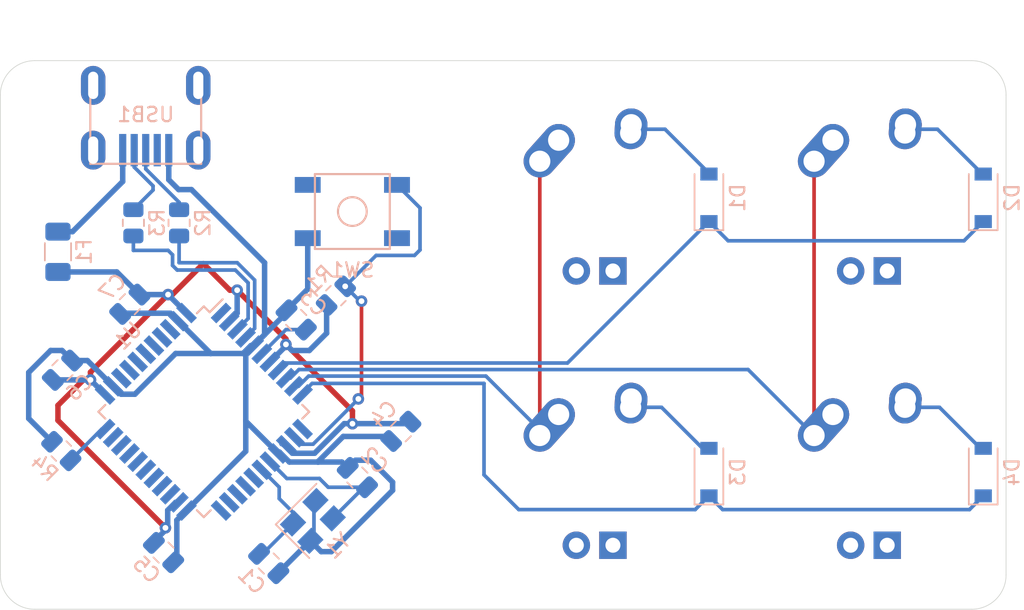
<source format=kicad_pcb>
(kicad_pcb (version 20171130) (host pcbnew "(5.1.9)-1")

  (general
    (thickness 1.6)
    (drawings 8)
    (tracks 210)
    (zones 0)
    (modules 24)
    (nets 53)
  )

  (page A4)
  (layers
    (0 F.Cu signal)
    (31 B.Cu signal)
    (32 B.Adhes user)
    (33 F.Adhes user)
    (34 B.Paste user)
    (35 F.Paste user)
    (36 B.SilkS user)
    (37 F.SilkS user)
    (38 B.Mask user)
    (39 F.Mask user)
    (40 Dwgs.User user)
    (41 Cmts.User user)
    (42 Eco1.User user)
    (43 Eco2.User user)
    (44 Edge.Cuts user)
    (45 Margin user)
    (46 B.CrtYd user)
    (47 F.CrtYd user)
    (48 B.Fab user)
    (49 F.Fab user)
  )

  (setup
    (last_trace_width 0.254)
    (trace_clearance 0.2)
    (zone_clearance 0.508)
    (zone_45_only no)
    (trace_min 0.2)
    (via_size 0.8)
    (via_drill 0.4)
    (via_min_size 0.4)
    (via_min_drill 0.3)
    (uvia_size 0.3)
    (uvia_drill 0.1)
    (uvias_allowed no)
    (uvia_min_size 0.2)
    (uvia_min_drill 0.1)
    (edge_width 0.05)
    (segment_width 0.2)
    (pcb_text_width 0.3)
    (pcb_text_size 1.5 1.5)
    (mod_edge_width 0.12)
    (mod_text_size 1 1)
    (mod_text_width 0.15)
    (pad_size 1.524 1.524)
    (pad_drill 0.762)
    (pad_to_mask_clearance 0)
    (aux_axis_origin 0 0)
    (visible_elements FFFFFF7F)
    (pcbplotparams
      (layerselection 0x010fc_ffffffff)
      (usegerberextensions false)
      (usegerberattributes true)
      (usegerberadvancedattributes true)
      (creategerberjobfile true)
      (excludeedgelayer true)
      (linewidth 0.100000)
      (plotframeref false)
      (viasonmask false)
      (mode 1)
      (useauxorigin false)
      (hpglpennumber 1)
      (hpglpenspeed 20)
      (hpglpendiameter 15.000000)
      (psnegative false)
      (psa4output false)
      (plotreference true)
      (plotvalue true)
      (plotinvisibletext false)
      (padsonsilk false)
      (subtractmaskfromsilk false)
      (outputformat 1)
      (mirror false)
      (drillshape 1)
      (scaleselection 1)
      (outputdirectory ""))
  )

  (net 0 "")
  (net 1 GND)
  (net 2 "Net-(C1-Pad1)")
  (net 3 "Net-(C2-Pad1)")
  (net 4 "Net-(C3-Pad1)")
  (net 5 +5V)
  (net 6 "Net-(D1-Pad2)")
  (net 7 ROW0)
  (net 8 "Net-(D2-Pad2)")
  (net 9 "Net-(D3-Pad2)")
  (net 10 ROW1)
  (net 11 "Net-(D4-Pad2)")
  (net 12 VCC)
  (net 13 "Net-(MX1-Pad4)")
  (net 14 "Net-(MX1-Pad3)")
  (net 15 COL0)
  (net 16 "Net-(MX2-Pad4)")
  (net 17 "Net-(MX2-Pad3)")
  (net 18 COL1)
  (net 19 "Net-(MX3-Pad4)")
  (net 20 "Net-(MX3-Pad3)")
  (net 21 "Net-(MX4-Pad4)")
  (net 22 "Net-(MX4-Pad3)")
  (net 23 "Net-(R1-Pad1)")
  (net 24 D+)
  (net 25 "Net-(R2-Pad1)")
  (net 26 D-)
  (net 27 "Net-(R3-Pad1)")
  (net 28 "Net-(R4-Pad2)")
  (net 29 "Net-(U1-Pad42)")
  (net 30 "Net-(U1-Pad41)")
  (net 31 "Net-(U1-Pad40)")
  (net 32 "Net-(U1-Pad39)")
  (net 33 "Net-(U1-Pad38)")
  (net 34 "Net-(U1-Pad37)")
  (net 35 "Net-(U1-Pad36)")
  (net 36 "Net-(U1-Pad32)")
  (net 37 "Net-(U1-Pad31)")
  (net 38 "Net-(U1-Pad30)")
  (net 39 "Net-(U1-Pad29)")
  (net 40 "Net-(U1-Pad28)")
  (net 41 "Net-(U1-Pad27)")
  (net 42 "Net-(U1-Pad26)")
  (net 43 "Net-(U1-Pad25)")
  (net 44 "Net-(U1-Pad22)")
  (net 45 "Net-(U1-Pad21)")
  (net 46 "Net-(U1-Pad20)")
  (net 47 "Net-(U1-Pad19)")
  (net 48 "Net-(U1-Pad18)")
  (net 49 "Net-(U1-Pad12)")
  (net 50 "Net-(U1-Pad1)")
  (net 51 "Net-(USB1-Pad6)")
  (net 52 "Net-(USB1-Pad2)")

  (net_class Default "This is the default net class."
    (clearance 0.2)
    (trace_width 0.254)
    (via_dia 0.8)
    (via_drill 0.4)
    (uvia_dia 0.3)
    (uvia_drill 0.1)
    (add_net COL0)
    (add_net COL1)
    (add_net D+)
    (add_net D-)
    (add_net "Net-(C1-Pad1)")
    (add_net "Net-(C2-Pad1)")
    (add_net "Net-(C3-Pad1)")
    (add_net "Net-(D1-Pad2)")
    (add_net "Net-(D2-Pad2)")
    (add_net "Net-(D3-Pad2)")
    (add_net "Net-(D4-Pad2)")
    (add_net "Net-(MX1-Pad3)")
    (add_net "Net-(MX1-Pad4)")
    (add_net "Net-(MX2-Pad3)")
    (add_net "Net-(MX2-Pad4)")
    (add_net "Net-(MX3-Pad3)")
    (add_net "Net-(MX3-Pad4)")
    (add_net "Net-(MX4-Pad3)")
    (add_net "Net-(MX4-Pad4)")
    (add_net "Net-(R1-Pad1)")
    (add_net "Net-(R2-Pad1)")
    (add_net "Net-(R3-Pad1)")
    (add_net "Net-(R4-Pad2)")
    (add_net "Net-(U1-Pad1)")
    (add_net "Net-(U1-Pad12)")
    (add_net "Net-(U1-Pad18)")
    (add_net "Net-(U1-Pad19)")
    (add_net "Net-(U1-Pad20)")
    (add_net "Net-(U1-Pad21)")
    (add_net "Net-(U1-Pad22)")
    (add_net "Net-(U1-Pad25)")
    (add_net "Net-(U1-Pad26)")
    (add_net "Net-(U1-Pad27)")
    (add_net "Net-(U1-Pad28)")
    (add_net "Net-(U1-Pad29)")
    (add_net "Net-(U1-Pad30)")
    (add_net "Net-(U1-Pad31)")
    (add_net "Net-(U1-Pad32)")
    (add_net "Net-(U1-Pad36)")
    (add_net "Net-(U1-Pad37)")
    (add_net "Net-(U1-Pad38)")
    (add_net "Net-(U1-Pad39)")
    (add_net "Net-(U1-Pad40)")
    (add_net "Net-(U1-Pad41)")
    (add_net "Net-(U1-Pad42)")
    (add_net "Net-(USB1-Pad2)")
    (add_net "Net-(USB1-Pad6)")
    (add_net ROW0)
    (add_net ROW1)
  )

  (net_class Power ""
    (clearance 0.2)
    (trace_width 0.381)
    (via_dia 0.8)
    (via_drill 0.4)
    (uvia_dia 0.3)
    (uvia_drill 0.1)
    (add_net +5V)
    (add_net GND)
    (add_net VCC)
  )

  (module Crystal:Crystal_SMD_3225-4Pin_3.2x2.5mm (layer B.Cu) (tedit 5A0FD1B2) (tstamp 601A4E6E)
    (at 77.26825 119.2775 45)
    (descr "SMD Crystal SERIES SMD3225/4 http://www.txccrystal.com/images/pdf/7m-accuracy.pdf, 3.2x2.5mm^2 package")
    (tags "SMD SMT crystal")
    (path /601E4EBA)
    (attr smd)
    (fp_text reference Y1 (at 0 2.45 45) (layer B.SilkS)
      (effects (font (size 1 1) (thickness 0.15)) (justify mirror))
    )
    (fp_text value 16MHz (at 0 -2.45 45) (layer B.Fab)
      (effects (font (size 1 1) (thickness 0.15)) (justify mirror))
    )
    (fp_line (start 2.1 1.7) (end -2.1 1.7) (layer B.CrtYd) (width 0.05))
    (fp_line (start 2.1 -1.7) (end 2.1 1.7) (layer B.CrtYd) (width 0.05))
    (fp_line (start -2.1 -1.7) (end 2.1 -1.7) (layer B.CrtYd) (width 0.05))
    (fp_line (start -2.1 1.7) (end -2.1 -1.7) (layer B.CrtYd) (width 0.05))
    (fp_line (start -2 -1.65) (end 2 -1.65) (layer B.SilkS) (width 0.12))
    (fp_line (start -2 1.65) (end -2 -1.65) (layer B.SilkS) (width 0.12))
    (fp_line (start -1.6 -0.25) (end -0.6 -1.25) (layer B.Fab) (width 0.1))
    (fp_line (start 1.6 1.25) (end -1.6 1.25) (layer B.Fab) (width 0.1))
    (fp_line (start 1.6 -1.25) (end 1.6 1.25) (layer B.Fab) (width 0.1))
    (fp_line (start -1.6 -1.25) (end 1.6 -1.25) (layer B.Fab) (width 0.1))
    (fp_line (start -1.6 1.25) (end -1.6 -1.25) (layer B.Fab) (width 0.1))
    (fp_text user %R (at 0 0 45) (layer B.Fab)
      (effects (font (size 0.7 0.7) (thickness 0.105)) (justify mirror))
    )
    (pad 1 smd rect (at -1.1 -0.85 45) (size 1.4 1.2) (layers B.Cu B.Paste B.Mask)
      (net 2 "Net-(C1-Pad1)"))
    (pad 2 smd rect (at 1.1 -0.85 45) (size 1.4 1.2) (layers B.Cu B.Paste B.Mask)
      (net 1 GND))
    (pad 3 smd rect (at 1.1 0.85 45) (size 1.4 1.2) (layers B.Cu B.Paste B.Mask)
      (net 3 "Net-(C2-Pad1)"))
    (pad 4 smd rect (at -1.1 0.85 45) (size 1.4 1.2) (layers B.Cu B.Paste B.Mask)
      (net 1 GND))
    (model ${KISYS3DMOD}/Crystal.3dshapes/Crystal_SMD_3225-4Pin_3.2x2.5mm.wrl
      (at (xyz 0 0 0))
      (scale (xyz 1 1 1))
      (rotate (xyz 0 0 0))
    )
  )

  (module random-keyboard-parts:Molex-0548190589 (layer B.Cu) (tedit 5C494815) (tstamp 601A3498)
    (at 65.659 89.027 270)
    (path /60201431)
    (attr smd)
    (fp_text reference USB1 (at 2.032 0) (layer B.SilkS)
      (effects (font (size 1 1) (thickness 0.15)) (justify mirror))
    )
    (fp_text value Molex-0548190589 (at -5.08 0) (layer Dwgs.User)
      (effects (font (size 1 1) (thickness 0.15)))
    )
    (fp_line (start 3.25 1.25) (end 5.5 1.25) (layer B.CrtYd) (width 0.15))
    (fp_line (start 5.5 0.5) (end 3.25 0.5) (layer B.CrtYd) (width 0.15))
    (fp_line (start 3.25 -0.5) (end 5.5 -0.5) (layer B.CrtYd) (width 0.15))
    (fp_line (start 5.5 -1.25) (end 3.25 -1.25) (layer B.CrtYd) (width 0.15))
    (fp_line (start 3.25 -2) (end 5.5 -2) (layer B.CrtYd) (width 0.15))
    (fp_line (start 3.25 2) (end 3.25 -2) (layer B.CrtYd) (width 0.15))
    (fp_line (start 5.5 2) (end 3.25 2) (layer B.CrtYd) (width 0.15))
    (fp_line (start -3.75 -3.75) (end -3.75 3.75) (layer B.CrtYd) (width 0.15))
    (fp_line (start 5.5 -3.75) (end -3.75 -3.75) (layer B.CrtYd) (width 0.15))
    (fp_line (start 5.5 3.75) (end 5.5 -3.75) (layer B.CrtYd) (width 0.15))
    (fp_line (start -3.75 3.75) (end 5.5 3.75) (layer B.CrtYd) (width 0.15))
    (fp_line (start 0 3.85) (end 5.45 3.85) (layer B.SilkS) (width 0.15))
    (fp_line (start 0 -3.85) (end 5.45 -3.85) (layer B.SilkS) (width 0.15))
    (fp_line (start 5.45 3.85) (end 5.45 -3.85) (layer B.SilkS) (width 0.15))
    (fp_line (start -3.75 3.85) (end 0 3.85) (layer Dwgs.User) (width 0.15))
    (fp_line (start -3.75 -3.85) (end 0 -3.85) (layer Dwgs.User) (width 0.15))
    (fp_line (start -1.75 4.572) (end -1.75 -4.572) (layer Dwgs.User) (width 0.15))
    (fp_line (start -3.75 3.85) (end -3.75 -3.85) (layer Dwgs.User) (width 0.15))
    (fp_text user %R (at 2 0) (layer B.CrtYd)
      (effects (font (size 1 1) (thickness 0.15)) (justify mirror))
    )
    (pad 1 smd rect (at 4.5 -1.6 270) (size 2.25 0.5) (layers B.Cu B.Paste B.Mask)
      (net 1 GND))
    (pad 2 smd rect (at 4.5 -0.8 270) (size 2.25 0.5) (layers B.Cu B.Paste B.Mask)
      (net 52 "Net-(USB1-Pad2)"))
    (pad 3 smd rect (at 4.5 0 270) (size 2.25 0.5) (layers B.Cu B.Paste B.Mask)
      (net 24 D+))
    (pad 4 smd rect (at 4.5 0.8 270) (size 2.25 0.5) (layers B.Cu B.Paste B.Mask)
      (net 26 D-))
    (pad 5 smd rect (at 4.5 1.6 270) (size 2.25 0.5) (layers B.Cu B.Paste B.Mask)
      (net 12 VCC))
    (pad 6 thru_hole oval (at 4.5 3.65 270) (size 2.7 1.7) (drill oval 1.9 0.7) (layers *.Cu *.Mask)
      (net 51 "Net-(USB1-Pad6)"))
    (pad 6 thru_hole oval (at 4.5 -3.65 270) (size 2.7 1.7) (drill oval 1.9 0.7) (layers *.Cu *.Mask)
      (net 51 "Net-(USB1-Pad6)"))
    (pad 6 thru_hole oval (at 0 -3.65 270) (size 2.7 1.7) (drill oval 1.9 0.7) (layers *.Cu *.Mask)
      (net 51 "Net-(USB1-Pad6)"))
    (pad 6 thru_hole oval (at 0 3.65 270) (size 2.7 1.7) (drill oval 1.9 0.7) (layers *.Cu *.Mask)
      (net 51 "Net-(USB1-Pad6)"))
  )

  (module Package_QFP:TQFP-44_10x10mm_P0.8mm (layer B.Cu) (tedit 5A02F146) (tstamp 601A3478)
    (at 69.69125 111.6965 225)
    (descr "44-Lead Plastic Thin Quad Flatpack (PT) - 10x10x1.0 mm Body [TQFP] (see Microchip Packaging Specification 00000049BS.pdf)")
    (tags "QFP 0.8")
    (path /6019CADE)
    (attr smd)
    (fp_text reference U1 (at 0 7.45 45) (layer B.SilkS)
      (effects (font (size 1 1) (thickness 0.15)) (justify mirror))
    )
    (fp_text value ATmega32U4-AU (at 0 -7.45 45) (layer B.Fab)
      (effects (font (size 1 1) (thickness 0.15)) (justify mirror))
    )
    (fp_line (start -5.175 4.6) (end -6.45 4.6) (layer B.SilkS) (width 0.15))
    (fp_line (start 5.175 5.175) (end 4.5 5.175) (layer B.SilkS) (width 0.15))
    (fp_line (start 5.175 -5.175) (end 4.5 -5.175) (layer B.SilkS) (width 0.15))
    (fp_line (start -5.175 -5.175) (end -4.5 -5.175) (layer B.SilkS) (width 0.15))
    (fp_line (start -5.175 5.175) (end -4.5 5.175) (layer B.SilkS) (width 0.15))
    (fp_line (start -5.175 -5.175) (end -5.175 -4.5) (layer B.SilkS) (width 0.15))
    (fp_line (start 5.175 -5.175) (end 5.175 -4.5) (layer B.SilkS) (width 0.15))
    (fp_line (start 5.175 5.175) (end 5.175 4.5) (layer B.SilkS) (width 0.15))
    (fp_line (start -5.175 5.175) (end -5.175 4.6) (layer B.SilkS) (width 0.15))
    (fp_line (start -6.7 -6.7) (end 6.7 -6.7) (layer B.CrtYd) (width 0.05))
    (fp_line (start -6.7 6.7) (end 6.7 6.7) (layer B.CrtYd) (width 0.05))
    (fp_line (start 6.7 6.7) (end 6.7 -6.7) (layer B.CrtYd) (width 0.05))
    (fp_line (start -6.7 6.7) (end -6.7 -6.7) (layer B.CrtYd) (width 0.05))
    (fp_line (start -5 4) (end -4 5) (layer B.Fab) (width 0.15))
    (fp_line (start -5 -5) (end -5 4) (layer B.Fab) (width 0.15))
    (fp_line (start 5 -5) (end -5 -5) (layer B.Fab) (width 0.15))
    (fp_line (start 5 5) (end 5 -5) (layer B.Fab) (width 0.15))
    (fp_line (start -4 5) (end 5 5) (layer B.Fab) (width 0.15))
    (fp_text user %R (at 0 0 45) (layer B.Fab)
      (effects (font (size 1 1) (thickness 0.15)) (justify mirror))
    )
    (pad 1 smd rect (at -5.7 4 225) (size 1.5 0.55) (layers B.Cu B.Paste B.Mask)
      (net 50 "Net-(U1-Pad1)"))
    (pad 2 smd rect (at -5.7 3.2 225) (size 1.5 0.55) (layers B.Cu B.Paste B.Mask)
      (net 5 +5V))
    (pad 3 smd rect (at -5.7 2.4 225) (size 1.5 0.55) (layers B.Cu B.Paste B.Mask)
      (net 27 "Net-(R3-Pad1)"))
    (pad 4 smd rect (at -5.7 1.6 225) (size 1.5 0.55) (layers B.Cu B.Paste B.Mask)
      (net 25 "Net-(R2-Pad1)"))
    (pad 5 smd rect (at -5.7 0.8 225) (size 1.5 0.55) (layers B.Cu B.Paste B.Mask)
      (net 1 GND))
    (pad 6 smd rect (at -5.7 0 225) (size 1.5 0.55) (layers B.Cu B.Paste B.Mask)
      (net 4 "Net-(C3-Pad1)"))
    (pad 7 smd rect (at -5.7 -0.8 225) (size 1.5 0.55) (layers B.Cu B.Paste B.Mask)
      (net 5 +5V))
    (pad 8 smd rect (at -5.7 -1.6 225) (size 1.5 0.55) (layers B.Cu B.Paste B.Mask)
      (net 7 ROW0))
    (pad 9 smd rect (at -5.7 -2.4 225) (size 1.5 0.55) (layers B.Cu B.Paste B.Mask)
      (net 18 COL1))
    (pad 10 smd rect (at -5.7 -3.2 225) (size 1.5 0.55) (layers B.Cu B.Paste B.Mask)
      (net 15 COL0))
    (pad 11 smd rect (at -5.7 -4 225) (size 1.5 0.55) (layers B.Cu B.Paste B.Mask)
      (net 10 ROW1))
    (pad 12 smd rect (at -4 -5.7 135) (size 1.5 0.55) (layers B.Cu B.Paste B.Mask)
      (net 49 "Net-(U1-Pad12)"))
    (pad 13 smd rect (at -3.2 -5.7 135) (size 1.5 0.55) (layers B.Cu B.Paste B.Mask)
      (net 23 "Net-(R1-Pad1)"))
    (pad 14 smd rect (at -2.4 -5.7 135) (size 1.5 0.55) (layers B.Cu B.Paste B.Mask)
      (net 5 +5V))
    (pad 15 smd rect (at -1.6 -5.7 135) (size 1.5 0.55) (layers B.Cu B.Paste B.Mask)
      (net 1 GND))
    (pad 16 smd rect (at -0.8 -5.7 135) (size 1.5 0.55) (layers B.Cu B.Paste B.Mask)
      (net 3 "Net-(C2-Pad1)"))
    (pad 17 smd rect (at 0 -5.7 135) (size 1.5 0.55) (layers B.Cu B.Paste B.Mask)
      (net 2 "Net-(C1-Pad1)"))
    (pad 18 smd rect (at 0.8 -5.7 135) (size 1.5 0.55) (layers B.Cu B.Paste B.Mask)
      (net 48 "Net-(U1-Pad18)"))
    (pad 19 smd rect (at 1.6 -5.7 135) (size 1.5 0.55) (layers B.Cu B.Paste B.Mask)
      (net 47 "Net-(U1-Pad19)"))
    (pad 20 smd rect (at 2.4 -5.7 135) (size 1.5 0.55) (layers B.Cu B.Paste B.Mask)
      (net 46 "Net-(U1-Pad20)"))
    (pad 21 smd rect (at 3.2 -5.7 135) (size 1.5 0.55) (layers B.Cu B.Paste B.Mask)
      (net 45 "Net-(U1-Pad21)"))
    (pad 22 smd rect (at 4 -5.7 135) (size 1.5 0.55) (layers B.Cu B.Paste B.Mask)
      (net 44 "Net-(U1-Pad22)"))
    (pad 23 smd rect (at 5.7 -4 225) (size 1.5 0.55) (layers B.Cu B.Paste B.Mask)
      (net 1 GND))
    (pad 24 smd rect (at 5.7 -3.2 225) (size 1.5 0.55) (layers B.Cu B.Paste B.Mask)
      (net 5 +5V))
    (pad 25 smd rect (at 5.7 -2.4 225) (size 1.5 0.55) (layers B.Cu B.Paste B.Mask)
      (net 43 "Net-(U1-Pad25)"))
    (pad 26 smd rect (at 5.7 -1.6 225) (size 1.5 0.55) (layers B.Cu B.Paste B.Mask)
      (net 42 "Net-(U1-Pad26)"))
    (pad 27 smd rect (at 5.7 -0.8 225) (size 1.5 0.55) (layers B.Cu B.Paste B.Mask)
      (net 41 "Net-(U1-Pad27)"))
    (pad 28 smd rect (at 5.7 0 225) (size 1.5 0.55) (layers B.Cu B.Paste B.Mask)
      (net 40 "Net-(U1-Pad28)"))
    (pad 29 smd rect (at 5.7 0.8 225) (size 1.5 0.55) (layers B.Cu B.Paste B.Mask)
      (net 39 "Net-(U1-Pad29)"))
    (pad 30 smd rect (at 5.7 1.6 225) (size 1.5 0.55) (layers B.Cu B.Paste B.Mask)
      (net 38 "Net-(U1-Pad30)"))
    (pad 31 smd rect (at 5.7 2.4 225) (size 1.5 0.55) (layers B.Cu B.Paste B.Mask)
      (net 37 "Net-(U1-Pad31)"))
    (pad 32 smd rect (at 5.7 3.2 225) (size 1.5 0.55) (layers B.Cu B.Paste B.Mask)
      (net 36 "Net-(U1-Pad32)"))
    (pad 33 smd rect (at 5.7 4 225) (size 1.5 0.55) (layers B.Cu B.Paste B.Mask)
      (net 28 "Net-(R4-Pad2)"))
    (pad 34 smd rect (at 4 5.7 135) (size 1.5 0.55) (layers B.Cu B.Paste B.Mask)
      (net 5 +5V))
    (pad 35 smd rect (at 3.2 5.7 135) (size 1.5 0.55) (layers B.Cu B.Paste B.Mask)
      (net 1 GND))
    (pad 36 smd rect (at 2.4 5.7 135) (size 1.5 0.55) (layers B.Cu B.Paste B.Mask)
      (net 35 "Net-(U1-Pad36)"))
    (pad 37 smd rect (at 1.6 5.7 135) (size 1.5 0.55) (layers B.Cu B.Paste B.Mask)
      (net 34 "Net-(U1-Pad37)"))
    (pad 38 smd rect (at 0.8 5.7 135) (size 1.5 0.55) (layers B.Cu B.Paste B.Mask)
      (net 33 "Net-(U1-Pad38)"))
    (pad 39 smd rect (at 0 5.7 135) (size 1.5 0.55) (layers B.Cu B.Paste B.Mask)
      (net 32 "Net-(U1-Pad39)"))
    (pad 40 smd rect (at -0.8 5.7 135) (size 1.5 0.55) (layers B.Cu B.Paste B.Mask)
      (net 31 "Net-(U1-Pad40)"))
    (pad 41 smd rect (at -1.6 5.7 135) (size 1.5 0.55) (layers B.Cu B.Paste B.Mask)
      (net 30 "Net-(U1-Pad41)"))
    (pad 42 smd rect (at -2.4 5.7 135) (size 1.5 0.55) (layers B.Cu B.Paste B.Mask)
      (net 29 "Net-(U1-Pad42)"))
    (pad 43 smd rect (at -3.2 5.7 135) (size 1.5 0.55) (layers B.Cu B.Paste B.Mask)
      (net 1 GND))
    (pad 44 smd rect (at -4 5.7 135) (size 1.5 0.55) (layers B.Cu B.Paste B.Mask)
      (net 5 +5V))
    (model ${KISYS3DMOD}/Package_QFP.3dshapes/TQFP-44_10x10mm_P0.8mm.wrl
      (at (xyz 0 0 0))
      (scale (xyz 1 1 1))
      (rotate (xyz 0 0 0))
    )
  )

  (module random-keyboard-parts:SKQG-1155865 (layer B.Cu) (tedit 5E62B398) (tstamp 601A3435)
    (at 80.01 97.79 180)
    (path /601F0025)
    (attr smd)
    (fp_text reference SW1 (at 0 -4.064) (layer B.SilkS)
      (effects (font (size 1 1) (thickness 0.15)) (justify mirror))
    )
    (fp_text value SW_Push (at 0 4.064) (layer B.Fab)
      (effects (font (size 1 1) (thickness 0.15)) (justify mirror))
    )
    (fp_line (start -2.6 2.6) (end 2.6 2.6) (layer B.SilkS) (width 0.15))
    (fp_line (start 2.6 2.6) (end 2.6 -2.6) (layer B.SilkS) (width 0.15))
    (fp_line (start 2.6 -2.6) (end -2.6 -2.6) (layer B.SilkS) (width 0.15))
    (fp_line (start -2.6 -2.6) (end -2.6 2.6) (layer B.SilkS) (width 0.15))
    (fp_circle (center 0 0) (end 1 0) (layer B.SilkS) (width 0.15))
    (fp_line (start -4.2 2.6) (end 4.2 2.6) (layer B.Fab) (width 0.15))
    (fp_line (start 4.2 2.6) (end 4.2 1.2) (layer B.Fab) (width 0.15))
    (fp_line (start 4.2 1.1) (end 2.6 1.1) (layer B.Fab) (width 0.15))
    (fp_line (start 2.6 1.1) (end 2.6 -1.1) (layer B.Fab) (width 0.15))
    (fp_line (start 2.6 -1.1) (end 4.2 -1.1) (layer B.Fab) (width 0.15))
    (fp_line (start 4.2 -1.1) (end 4.2 -2.6) (layer B.Fab) (width 0.15))
    (fp_line (start 4.2 -2.6) (end -4.2 -2.6) (layer B.Fab) (width 0.15))
    (fp_line (start -4.2 -2.6) (end -4.2 -1.1) (layer B.Fab) (width 0.15))
    (fp_line (start -4.2 -1.1) (end -2.6 -1.1) (layer B.Fab) (width 0.15))
    (fp_line (start -2.6 -1.1) (end -2.6 1.1) (layer B.Fab) (width 0.15))
    (fp_line (start -2.6 1.1) (end -4.2 1.1) (layer B.Fab) (width 0.15))
    (fp_line (start -4.2 1.1) (end -4.2 2.6) (layer B.Fab) (width 0.15))
    (fp_circle (center 0 0) (end 1 0) (layer B.Fab) (width 0.15))
    (fp_line (start -2.6 1.1) (end -1.1 2.6) (layer B.Fab) (width 0.15))
    (fp_line (start 2.6 1.1) (end 1.1 2.6) (layer B.Fab) (width 0.15))
    (fp_line (start 2.6 -1.1) (end 1.1 -2.6) (layer B.Fab) (width 0.15))
    (fp_line (start -2.6 -1.1) (end -1.1 -2.6) (layer B.Fab) (width 0.15))
    (pad 1 smd rect (at 3.1 -1.85 180) (size 1.8 1.1) (layers B.Cu B.Paste B.Mask)
      (net 1 GND))
    (pad 2 smd rect (at -3.1 1.85 180) (size 1.8 1.1) (layers B.Cu B.Paste B.Mask)
      (net 23 "Net-(R1-Pad1)"))
    (pad 3 smd rect (at 3.1 1.85 180) (size 1.8 1.1) (layers B.Cu B.Paste B.Mask))
    (pad 4 smd rect (at -3.1 -1.85 180) (size 1.8 1.1) (layers B.Cu B.Paste B.Mask))
    (model ${KISYS3DMOD}/Button_Switch_SMD.3dshapes/SW_SPST_TL3342.step
      (at (xyz 0 0 0))
      (scale (xyz 1 1 1))
      (rotate (xyz 0 0 0))
    )
  )

  (module Resistor_SMD:R_0805_2012Metric (layer B.Cu) (tedit 5F68FEEE) (tstamp 601A3417)
    (at 59.7935 114.427 315)
    (descr "Resistor SMD 0805 (2012 Metric), square (rectangular) end terminal, IPC_7351 nominal, (Body size source: IPC-SM-782 page 72, https://www.pcb-3d.com/wordpress/wp-content/uploads/ipc-sm-782a_amendment_1_and_2.pdf), generated with kicad-footprint-generator")
    (tags resistor)
    (path /601AE975)
    (attr smd)
    (fp_text reference R4 (at 0 1.65 315) (layer B.SilkS)
      (effects (font (size 1 1) (thickness 0.15)) (justify mirror))
    )
    (fp_text value 10k (at 0 -1.65 315) (layer B.Fab)
      (effects (font (size 1 1) (thickness 0.15)) (justify mirror))
    )
    (fp_line (start 1.68 -0.95) (end -1.68 -0.95) (layer B.CrtYd) (width 0.05))
    (fp_line (start 1.68 0.95) (end 1.68 -0.95) (layer B.CrtYd) (width 0.05))
    (fp_line (start -1.68 0.95) (end 1.68 0.95) (layer B.CrtYd) (width 0.05))
    (fp_line (start -1.68 -0.95) (end -1.68 0.95) (layer B.CrtYd) (width 0.05))
    (fp_line (start -0.227064 -0.735) (end 0.227064 -0.735) (layer B.SilkS) (width 0.12))
    (fp_line (start -0.227064 0.735) (end 0.227064 0.735) (layer B.SilkS) (width 0.12))
    (fp_line (start 1 -0.625) (end -1 -0.625) (layer B.Fab) (width 0.1))
    (fp_line (start 1 0.625) (end 1 -0.625) (layer B.Fab) (width 0.1))
    (fp_line (start -1 0.625) (end 1 0.625) (layer B.Fab) (width 0.1))
    (fp_line (start -1 -0.625) (end -1 0.625) (layer B.Fab) (width 0.1))
    (fp_text user %R (at 0 0 315) (layer B.Fab)
      (effects (font (size 0.5 0.5) (thickness 0.08)) (justify mirror))
    )
    (pad 1 smd roundrect (at -0.9125 0 315) (size 1.025 1.4) (layers B.Cu B.Paste B.Mask) (roundrect_rratio 0.243902)
      (net 1 GND))
    (pad 2 smd roundrect (at 0.9125 0 315) (size 1.025 1.4) (layers B.Cu B.Paste B.Mask) (roundrect_rratio 0.243902)
      (net 28 "Net-(R4-Pad2)"))
    (model ${KISYS3DMOD}/Resistor_SMD.3dshapes/R_0805_2012Metric.wrl
      (at (xyz 0 0 0))
      (scale (xyz 1 1 1))
      (rotate (xyz 0 0 0))
    )
  )

  (module Resistor_SMD:R_0805_2012Metric (layer B.Cu) (tedit 5F68FEEE) (tstamp 601A7049)
    (at 64.80175 98.5755 90)
    (descr "Resistor SMD 0805 (2012 Metric), square (rectangular) end terminal, IPC_7351 nominal, (Body size source: IPC-SM-782 page 72, https://www.pcb-3d.com/wordpress/wp-content/uploads/ipc-sm-782a_amendment_1_and_2.pdf), generated with kicad-footprint-generator")
    (tags resistor)
    (path /601C0032)
    (attr smd)
    (fp_text reference R3 (at 0 1.65 270) (layer B.SilkS)
      (effects (font (size 1 1) (thickness 0.15)) (justify mirror))
    )
    (fp_text value 22 (at 0 -1.65 270) (layer B.Fab)
      (effects (font (size 1 1) (thickness 0.15)) (justify mirror))
    )
    (fp_line (start 1.68 -0.95) (end -1.68 -0.95) (layer B.CrtYd) (width 0.05))
    (fp_line (start 1.68 0.95) (end 1.68 -0.95) (layer B.CrtYd) (width 0.05))
    (fp_line (start -1.68 0.95) (end 1.68 0.95) (layer B.CrtYd) (width 0.05))
    (fp_line (start -1.68 -0.95) (end -1.68 0.95) (layer B.CrtYd) (width 0.05))
    (fp_line (start -0.227064 -0.735) (end 0.227064 -0.735) (layer B.SilkS) (width 0.12))
    (fp_line (start -0.227064 0.735) (end 0.227064 0.735) (layer B.SilkS) (width 0.12))
    (fp_line (start 1 -0.625) (end -1 -0.625) (layer B.Fab) (width 0.1))
    (fp_line (start 1 0.625) (end 1 -0.625) (layer B.Fab) (width 0.1))
    (fp_line (start -1 0.625) (end 1 0.625) (layer B.Fab) (width 0.1))
    (fp_line (start -1 -0.625) (end -1 0.625) (layer B.Fab) (width 0.1))
    (fp_text user %R (at 0 0 270) (layer B.Fab)
      (effects (font (size 0.5 0.5) (thickness 0.08)) (justify mirror))
    )
    (pad 1 smd roundrect (at -0.9125 0 90) (size 1.025 1.4) (layers B.Cu B.Paste B.Mask) (roundrect_rratio 0.243902)
      (net 27 "Net-(R3-Pad1)"))
    (pad 2 smd roundrect (at 0.9125 0 90) (size 1.025 1.4) (layers B.Cu B.Paste B.Mask) (roundrect_rratio 0.243902)
      (net 26 D-))
    (model ${KISYS3DMOD}/Resistor_SMD.3dshapes/R_0805_2012Metric.wrl
      (at (xyz 0 0 0))
      (scale (xyz 1 1 1))
      (rotate (xyz 0 0 0))
    )
  )

  (module Resistor_SMD:R_0805_2012Metric (layer B.Cu) (tedit 5F68FEEE) (tstamp 601A7079)
    (at 67.97675 98.5755 90)
    (descr "Resistor SMD 0805 (2012 Metric), square (rectangular) end terminal, IPC_7351 nominal, (Body size source: IPC-SM-782 page 72, https://www.pcb-3d.com/wordpress/wp-content/uploads/ipc-sm-782a_amendment_1_and_2.pdf), generated with kicad-footprint-generator")
    (tags resistor)
    (path /601BECBF)
    (attr smd)
    (fp_text reference R2 (at 0 1.65 270) (layer B.SilkS)
      (effects (font (size 1 1) (thickness 0.15)) (justify mirror))
    )
    (fp_text value 22 (at 0 -1.65 270) (layer B.Fab)
      (effects (font (size 1 1) (thickness 0.15)) (justify mirror))
    )
    (fp_line (start 1.68 -0.95) (end -1.68 -0.95) (layer B.CrtYd) (width 0.05))
    (fp_line (start 1.68 0.95) (end 1.68 -0.95) (layer B.CrtYd) (width 0.05))
    (fp_line (start -1.68 0.95) (end 1.68 0.95) (layer B.CrtYd) (width 0.05))
    (fp_line (start -1.68 -0.95) (end -1.68 0.95) (layer B.CrtYd) (width 0.05))
    (fp_line (start -0.227064 -0.735) (end 0.227064 -0.735) (layer B.SilkS) (width 0.12))
    (fp_line (start -0.227064 0.735) (end 0.227064 0.735) (layer B.SilkS) (width 0.12))
    (fp_line (start 1 -0.625) (end -1 -0.625) (layer B.Fab) (width 0.1))
    (fp_line (start 1 0.625) (end 1 -0.625) (layer B.Fab) (width 0.1))
    (fp_line (start -1 0.625) (end 1 0.625) (layer B.Fab) (width 0.1))
    (fp_line (start -1 -0.625) (end -1 0.625) (layer B.Fab) (width 0.1))
    (fp_text user %R (at 0 0 270) (layer B.Fab)
      (effects (font (size 0.5 0.5) (thickness 0.08)) (justify mirror))
    )
    (pad 1 smd roundrect (at -0.9125 0 90) (size 1.025 1.4) (layers B.Cu B.Paste B.Mask) (roundrect_rratio 0.243902)
      (net 25 "Net-(R2-Pad1)"))
    (pad 2 smd roundrect (at 0.9125 0 90) (size 1.025 1.4) (layers B.Cu B.Paste B.Mask) (roundrect_rratio 0.243902)
      (net 24 D+))
    (model ${KISYS3DMOD}/Resistor_SMD.3dshapes/R_0805_2012Metric.wrl
      (at (xyz 0 0 0))
      (scale (xyz 1 1 1))
      (rotate (xyz 0 0 0))
    )
  )

  (module Resistor_SMD:R_0805_2012Metric (layer B.Cu) (tedit 5F68FEEE) (tstamp 601A33E4)
    (at 78.867 103.632 225)
    (descr "Resistor SMD 0805 (2012 Metric), square (rectangular) end terminal, IPC_7351 nominal, (Body size source: IPC-SM-782 page 72, https://www.pcb-3d.com/wordpress/wp-content/uploads/ipc-sm-782a_amendment_1_and_2.pdf), generated with kicad-footprint-generator")
    (tags resistor)
    (path /601F85BD)
    (attr smd)
    (fp_text reference R1 (at 0 1.65 45) (layer B.SilkS)
      (effects (font (size 1 1) (thickness 0.15)) (justify mirror))
    )
    (fp_text value 10k (at 0 -1.65 45) (layer B.Fab)
      (effects (font (size 1 1) (thickness 0.15)) (justify mirror))
    )
    (fp_text user %R (at 0 0 45) (layer B.Fab)
      (effects (font (size 0.5 0.5) (thickness 0.08)) (justify mirror))
    )
    (fp_line (start -1 -0.625) (end -1 0.625) (layer B.Fab) (width 0.1))
    (fp_line (start -1 0.625) (end 1 0.625) (layer B.Fab) (width 0.1))
    (fp_line (start 1 0.625) (end 1 -0.625) (layer B.Fab) (width 0.1))
    (fp_line (start 1 -0.625) (end -1 -0.625) (layer B.Fab) (width 0.1))
    (fp_line (start -0.227064 0.735) (end 0.227064 0.735) (layer B.SilkS) (width 0.12))
    (fp_line (start -0.227064 -0.735) (end 0.227064 -0.735) (layer B.SilkS) (width 0.12))
    (fp_line (start -1.68 -0.95) (end -1.68 0.95) (layer B.CrtYd) (width 0.05))
    (fp_line (start -1.68 0.95) (end 1.68 0.95) (layer B.CrtYd) (width 0.05))
    (fp_line (start 1.68 0.95) (end 1.68 -0.95) (layer B.CrtYd) (width 0.05))
    (fp_line (start 1.68 -0.95) (end -1.68 -0.95) (layer B.CrtYd) (width 0.05))
    (pad 2 smd roundrect (at 0.9125 0 225) (size 1.025 1.4) (layers B.Cu B.Paste B.Mask) (roundrect_rratio 0.243902)
      (net 5 +5V))
    (pad 1 smd roundrect (at -0.9125 0 225) (size 1.025 1.4) (layers B.Cu B.Paste B.Mask) (roundrect_rratio 0.243902)
      (net 23 "Net-(R1-Pad1)"))
    (model ${KISYS3DMOD}/Resistor_SMD.3dshapes/R_0805_2012Metric.wrl
      (at (xyz 0 0 0))
      (scale (xyz 1 1 1))
      (rotate (xyz 0 0 0))
    )
  )

  (module MX_Alps_Hybrid:MX-1U (layer F.Cu) (tedit 5A9F3A9A) (tstamp 601A33D3)
    (at 115.8875 115.8875)
    (path /602300BE)
    (fp_text reference MX4 (at 0 3.175) (layer Dwgs.User)
      (effects (font (size 1 1) (thickness 0.15)))
    )
    (fp_text value MX-LED (at 0 -7.9375) (layer Dwgs.User)
      (effects (font (size 1 1) (thickness 0.15)))
    )
    (fp_line (start -9.525 9.525) (end -9.525 -9.525) (layer Dwgs.User) (width 0.15))
    (fp_line (start 9.525 9.525) (end -9.525 9.525) (layer Dwgs.User) (width 0.15))
    (fp_line (start 9.525 -9.525) (end 9.525 9.525) (layer Dwgs.User) (width 0.15))
    (fp_line (start -9.525 -9.525) (end 9.525 -9.525) (layer Dwgs.User) (width 0.15))
    (fp_line (start -7 -7) (end -7 -5) (layer Dwgs.User) (width 0.15))
    (fp_line (start -5 -7) (end -7 -7) (layer Dwgs.User) (width 0.15))
    (fp_line (start -7 7) (end -5 7) (layer Dwgs.User) (width 0.15))
    (fp_line (start -7 5) (end -7 7) (layer Dwgs.User) (width 0.15))
    (fp_line (start 7 7) (end 7 5) (layer Dwgs.User) (width 0.15))
    (fp_line (start 5 7) (end 7 7) (layer Dwgs.User) (width 0.15))
    (fp_line (start 7 -7) (end 7 -5) (layer Dwgs.User) (width 0.15))
    (fp_line (start 5 -7) (end 7 -7) (layer Dwgs.User) (width 0.15))
    (pad 2 thru_hole oval (at 2.5 -4.5 86.0548) (size 2.831378 2.25) (drill 1.47 (offset 0.290689 0)) (layers *.Cu B.Mask)
      (net 11 "Net-(D4-Pad2)"))
    (pad 2 thru_hole circle (at 2.54 -5.08) (size 2.25 2.25) (drill 1.47) (layers *.Cu B.Mask)
      (net 11 "Net-(D4-Pad2)"))
    (pad 1 thru_hole oval (at -3.81 -2.54 48.0996) (size 4.211556 2.25) (drill 1.47 (offset 0.980778 0)) (layers *.Cu B.Mask)
      (net 18 COL1))
    (pad "" np_thru_hole circle (at 0 0) (size 3.9878 3.9878) (drill 3.9878) (layers *.Cu *.Mask))
    (pad 1 thru_hole circle (at -2.5 -4) (size 2.25 2.25) (drill 1.47) (layers *.Cu B.Mask)
      (net 18 COL1))
    (pad 3 thru_hole circle (at -1.27 5.08) (size 1.905 1.905) (drill 1.04) (layers *.Cu B.Mask)
      (net 22 "Net-(MX4-Pad3)"))
    (pad 4 thru_hole rect (at 1.27 5.08) (size 1.905 1.905) (drill 1.04) (layers *.Cu B.Mask)
      (net 21 "Net-(MX4-Pad4)"))
    (pad "" np_thru_hole circle (at -5.08 0 48.0996) (size 1.75 1.75) (drill 1.75) (layers *.Cu *.Mask))
    (pad "" np_thru_hole circle (at 5.08 0 48.0996) (size 1.75 1.75) (drill 1.75) (layers *.Cu *.Mask))
  )

  (module MX_Alps_Hybrid:MX-1U (layer F.Cu) (tedit 5A9F3A9A) (tstamp 601A33BA)
    (at 96.8375 115.8875)
    (path /6022E50D)
    (fp_text reference MX3 (at 0 3.175) (layer Dwgs.User)
      (effects (font (size 1 1) (thickness 0.15)))
    )
    (fp_text value MX-LED (at 0 -7.9375) (layer Dwgs.User)
      (effects (font (size 1 1) (thickness 0.15)))
    )
    (fp_line (start -9.525 9.525) (end -9.525 -9.525) (layer Dwgs.User) (width 0.15))
    (fp_line (start 9.525 9.525) (end -9.525 9.525) (layer Dwgs.User) (width 0.15))
    (fp_line (start 9.525 -9.525) (end 9.525 9.525) (layer Dwgs.User) (width 0.15))
    (fp_line (start -9.525 -9.525) (end 9.525 -9.525) (layer Dwgs.User) (width 0.15))
    (fp_line (start -7 -7) (end -7 -5) (layer Dwgs.User) (width 0.15))
    (fp_line (start -5 -7) (end -7 -7) (layer Dwgs.User) (width 0.15))
    (fp_line (start -7 7) (end -5 7) (layer Dwgs.User) (width 0.15))
    (fp_line (start -7 5) (end -7 7) (layer Dwgs.User) (width 0.15))
    (fp_line (start 7 7) (end 7 5) (layer Dwgs.User) (width 0.15))
    (fp_line (start 5 7) (end 7 7) (layer Dwgs.User) (width 0.15))
    (fp_line (start 7 -7) (end 7 -5) (layer Dwgs.User) (width 0.15))
    (fp_line (start 5 -7) (end 7 -7) (layer Dwgs.User) (width 0.15))
    (pad 2 thru_hole oval (at 2.5 -4.5 86.0548) (size 2.831378 2.25) (drill 1.47 (offset 0.290689 0)) (layers *.Cu B.Mask)
      (net 9 "Net-(D3-Pad2)"))
    (pad 2 thru_hole circle (at 2.54 -5.08) (size 2.25 2.25) (drill 1.47) (layers *.Cu B.Mask)
      (net 9 "Net-(D3-Pad2)"))
    (pad 1 thru_hole oval (at -3.81 -2.54 48.0996) (size 4.211556 2.25) (drill 1.47 (offset 0.980778 0)) (layers *.Cu B.Mask)
      (net 15 COL0))
    (pad "" np_thru_hole circle (at 0 0) (size 3.9878 3.9878) (drill 3.9878) (layers *.Cu *.Mask))
    (pad 1 thru_hole circle (at -2.5 -4) (size 2.25 2.25) (drill 1.47) (layers *.Cu B.Mask)
      (net 15 COL0))
    (pad 3 thru_hole circle (at -1.27 5.08) (size 1.905 1.905) (drill 1.04) (layers *.Cu B.Mask)
      (net 20 "Net-(MX3-Pad3)"))
    (pad 4 thru_hole rect (at 1.27 5.08) (size 1.905 1.905) (drill 1.04) (layers *.Cu B.Mask)
      (net 19 "Net-(MX3-Pad4)"))
    (pad "" np_thru_hole circle (at -5.08 0 48.0996) (size 1.75 1.75) (drill 1.75) (layers *.Cu *.Mask))
    (pad "" np_thru_hole circle (at 5.08 0 48.0996) (size 1.75 1.75) (drill 1.75) (layers *.Cu *.Mask))
  )

  (module MX_Alps_Hybrid:MX-1U (layer F.Cu) (tedit 5A9F3A9A) (tstamp 601A33A1)
    (at 115.8875 96.8375)
    (path /6022F793)
    (fp_text reference MX2 (at 0 3.175) (layer Dwgs.User)
      (effects (font (size 1 1) (thickness 0.15)))
    )
    (fp_text value MX-LED (at 0 -7.9375) (layer Dwgs.User)
      (effects (font (size 1 1) (thickness 0.15)))
    )
    (fp_line (start -9.525 9.525) (end -9.525 -9.525) (layer Dwgs.User) (width 0.15))
    (fp_line (start 9.525 9.525) (end -9.525 9.525) (layer Dwgs.User) (width 0.15))
    (fp_line (start 9.525 -9.525) (end 9.525 9.525) (layer Dwgs.User) (width 0.15))
    (fp_line (start -9.525 -9.525) (end 9.525 -9.525) (layer Dwgs.User) (width 0.15))
    (fp_line (start -7 -7) (end -7 -5) (layer Dwgs.User) (width 0.15))
    (fp_line (start -5 -7) (end -7 -7) (layer Dwgs.User) (width 0.15))
    (fp_line (start -7 7) (end -5 7) (layer Dwgs.User) (width 0.15))
    (fp_line (start -7 5) (end -7 7) (layer Dwgs.User) (width 0.15))
    (fp_line (start 7 7) (end 7 5) (layer Dwgs.User) (width 0.15))
    (fp_line (start 5 7) (end 7 7) (layer Dwgs.User) (width 0.15))
    (fp_line (start 7 -7) (end 7 -5) (layer Dwgs.User) (width 0.15))
    (fp_line (start 5 -7) (end 7 -7) (layer Dwgs.User) (width 0.15))
    (pad 2 thru_hole oval (at 2.5 -4.5 86.0548) (size 2.831378 2.25) (drill 1.47 (offset 0.290689 0)) (layers *.Cu B.Mask)
      (net 8 "Net-(D2-Pad2)"))
    (pad 2 thru_hole circle (at 2.54 -5.08) (size 2.25 2.25) (drill 1.47) (layers *.Cu B.Mask)
      (net 8 "Net-(D2-Pad2)"))
    (pad 1 thru_hole oval (at -3.81 -2.54 48.0996) (size 4.211556 2.25) (drill 1.47 (offset 0.980778 0)) (layers *.Cu B.Mask)
      (net 18 COL1))
    (pad "" np_thru_hole circle (at 0 0) (size 3.9878 3.9878) (drill 3.9878) (layers *.Cu *.Mask))
    (pad 1 thru_hole circle (at -2.5 -4) (size 2.25 2.25) (drill 1.47) (layers *.Cu B.Mask)
      (net 18 COL1))
    (pad 3 thru_hole circle (at -1.27 5.08) (size 1.905 1.905) (drill 1.04) (layers *.Cu B.Mask)
      (net 17 "Net-(MX2-Pad3)"))
    (pad 4 thru_hole rect (at 1.27 5.08) (size 1.905 1.905) (drill 1.04) (layers *.Cu B.Mask)
      (net 16 "Net-(MX2-Pad4)"))
    (pad "" np_thru_hole circle (at -5.08 0 48.0996) (size 1.75 1.75) (drill 1.75) (layers *.Cu *.Mask))
    (pad "" np_thru_hole circle (at 5.08 0 48.0996) (size 1.75 1.75) (drill 1.75) (layers *.Cu *.Mask))
  )

  (module MX_Alps_Hybrid:MX-1U (layer F.Cu) (tedit 5A9F3A9A) (tstamp 601A3388)
    (at 96.8375 96.8375)
    (path /602236CC)
    (fp_text reference MX1 (at 0 3.175) (layer Dwgs.User)
      (effects (font (size 1 1) (thickness 0.15)))
    )
    (fp_text value MX-LED (at 0 -7.9375) (layer Dwgs.User)
      (effects (font (size 1 1) (thickness 0.15)))
    )
    (fp_line (start -9.525 9.525) (end -9.525 -9.525) (layer Dwgs.User) (width 0.15))
    (fp_line (start 9.525 9.525) (end -9.525 9.525) (layer Dwgs.User) (width 0.15))
    (fp_line (start 9.525 -9.525) (end 9.525 9.525) (layer Dwgs.User) (width 0.15))
    (fp_line (start -9.525 -9.525) (end 9.525 -9.525) (layer Dwgs.User) (width 0.15))
    (fp_line (start -7 -7) (end -7 -5) (layer Dwgs.User) (width 0.15))
    (fp_line (start -5 -7) (end -7 -7) (layer Dwgs.User) (width 0.15))
    (fp_line (start -7 7) (end -5 7) (layer Dwgs.User) (width 0.15))
    (fp_line (start -7 5) (end -7 7) (layer Dwgs.User) (width 0.15))
    (fp_line (start 7 7) (end 7 5) (layer Dwgs.User) (width 0.15))
    (fp_line (start 5 7) (end 7 7) (layer Dwgs.User) (width 0.15))
    (fp_line (start 7 -7) (end 7 -5) (layer Dwgs.User) (width 0.15))
    (fp_line (start 5 -7) (end 7 -7) (layer Dwgs.User) (width 0.15))
    (pad 2 thru_hole oval (at 2.5 -4.5 86.0548) (size 2.831378 2.25) (drill 1.47 (offset 0.290689 0)) (layers *.Cu B.Mask)
      (net 6 "Net-(D1-Pad2)"))
    (pad 2 thru_hole circle (at 2.54 -5.08) (size 2.25 2.25) (drill 1.47) (layers *.Cu B.Mask)
      (net 6 "Net-(D1-Pad2)"))
    (pad 1 thru_hole oval (at -3.81 -2.54 48.0996) (size 4.211556 2.25) (drill 1.47 (offset 0.980778 0)) (layers *.Cu B.Mask)
      (net 15 COL0))
    (pad "" np_thru_hole circle (at 0 0) (size 3.9878 3.9878) (drill 3.9878) (layers *.Cu *.Mask))
    (pad 1 thru_hole circle (at -2.5 -4) (size 2.25 2.25) (drill 1.47) (layers *.Cu B.Mask)
      (net 15 COL0))
    (pad 3 thru_hole circle (at -1.27 5.08) (size 1.905 1.905) (drill 1.04) (layers *.Cu B.Mask)
      (net 14 "Net-(MX1-Pad3)"))
    (pad 4 thru_hole rect (at 1.27 5.08) (size 1.905 1.905) (drill 1.04) (layers *.Cu B.Mask)
      (net 13 "Net-(MX1-Pad4)"))
    (pad "" np_thru_hole circle (at -5.08 0 48.0996) (size 1.75 1.75) (drill 1.75) (layers *.Cu *.Mask))
    (pad "" np_thru_hole circle (at 5.08 0 48.0996) (size 1.75 1.75) (drill 1.75) (layers *.Cu *.Mask))
  )

  (module Fuse:Fuse_1206_3216Metric (layer B.Cu) (tedit 5F68FEF1) (tstamp 601A7482)
    (at 59.563 100.587 90)
    (descr "Fuse SMD 1206 (3216 Metric), square (rectangular) end terminal, IPC_7351 nominal, (Body size source: http://www.tortai-tech.com/upload/download/2011102023233369053.pdf), generated with kicad-footprint-generator")
    (tags fuse)
    (path /60210DDA)
    (attr smd)
    (fp_text reference F1 (at 0 1.82 90) (layer B.SilkS)
      (effects (font (size 1 1) (thickness 0.15)) (justify mirror))
    )
    (fp_text value 500mA (at 0 -1.82 90) (layer B.Fab)
      (effects (font (size 1 1) (thickness 0.15)) (justify mirror))
    )
    (fp_line (start 2.28 -1.12) (end -2.28 -1.12) (layer B.CrtYd) (width 0.05))
    (fp_line (start 2.28 1.12) (end 2.28 -1.12) (layer B.CrtYd) (width 0.05))
    (fp_line (start -2.28 1.12) (end 2.28 1.12) (layer B.CrtYd) (width 0.05))
    (fp_line (start -2.28 -1.12) (end -2.28 1.12) (layer B.CrtYd) (width 0.05))
    (fp_line (start -0.602064 -0.91) (end 0.602064 -0.91) (layer B.SilkS) (width 0.12))
    (fp_line (start -0.602064 0.91) (end 0.602064 0.91) (layer B.SilkS) (width 0.12))
    (fp_line (start 1.6 -0.8) (end -1.6 -0.8) (layer B.Fab) (width 0.1))
    (fp_line (start 1.6 0.8) (end 1.6 -0.8) (layer B.Fab) (width 0.1))
    (fp_line (start -1.6 0.8) (end 1.6 0.8) (layer B.Fab) (width 0.1))
    (fp_line (start -1.6 -0.8) (end -1.6 0.8) (layer B.Fab) (width 0.1))
    (fp_text user %R (at 0 0 90) (layer B.Fab)
      (effects (font (size 0.8 0.8) (thickness 0.12)) (justify mirror))
    )
    (pad 1 smd roundrect (at -1.4 0 90) (size 1.25 1.75) (layers B.Cu B.Paste B.Mask) (roundrect_rratio 0.2)
      (net 5 +5V))
    (pad 2 smd roundrect (at 1.4 0 90) (size 1.25 1.75) (layers B.Cu B.Paste B.Mask) (roundrect_rratio 0.2)
      (net 12 VCC))
    (model ${KISYS3DMOD}/Fuse.3dshapes/Fuse_1206_3216Metric.wrl
      (at (xyz 0 0 0))
      (scale (xyz 1 1 1))
      (rotate (xyz 0 0 0))
    )
  )

  (module Diode_SMD:D_SOD-123 (layer B.Cu) (tedit 58645DC7) (tstamp 601A335E)
    (at 123.825 115.8875 90)
    (descr SOD-123)
    (tags SOD-123)
    (path /6023E9FD)
    (attr smd)
    (fp_text reference D4 (at 0 2 90) (layer B.SilkS)
      (effects (font (size 1 1) (thickness 0.15)) (justify mirror))
    )
    (fp_text value SOD-123 (at 0 -2.1 90) (layer B.Fab)
      (effects (font (size 1 1) (thickness 0.15)) (justify mirror))
    )
    (fp_line (start -2.25 1) (end 1.65 1) (layer B.SilkS) (width 0.12))
    (fp_line (start -2.25 -1) (end 1.65 -1) (layer B.SilkS) (width 0.12))
    (fp_line (start -2.35 1.15) (end -2.35 -1.15) (layer B.CrtYd) (width 0.05))
    (fp_line (start 2.35 -1.15) (end -2.35 -1.15) (layer B.CrtYd) (width 0.05))
    (fp_line (start 2.35 1.15) (end 2.35 -1.15) (layer B.CrtYd) (width 0.05))
    (fp_line (start -2.35 1.15) (end 2.35 1.15) (layer B.CrtYd) (width 0.05))
    (fp_line (start -1.4 0.9) (end 1.4 0.9) (layer B.Fab) (width 0.1))
    (fp_line (start 1.4 0.9) (end 1.4 -0.9) (layer B.Fab) (width 0.1))
    (fp_line (start 1.4 -0.9) (end -1.4 -0.9) (layer B.Fab) (width 0.1))
    (fp_line (start -1.4 -0.9) (end -1.4 0.9) (layer B.Fab) (width 0.1))
    (fp_line (start -0.75 0) (end -0.35 0) (layer B.Fab) (width 0.1))
    (fp_line (start -0.35 0) (end -0.35 0.55) (layer B.Fab) (width 0.1))
    (fp_line (start -0.35 0) (end -0.35 -0.55) (layer B.Fab) (width 0.1))
    (fp_line (start -0.35 0) (end 0.25 0.4) (layer B.Fab) (width 0.1))
    (fp_line (start 0.25 0.4) (end 0.25 -0.4) (layer B.Fab) (width 0.1))
    (fp_line (start 0.25 -0.4) (end -0.35 0) (layer B.Fab) (width 0.1))
    (fp_line (start 0.25 0) (end 0.75 0) (layer B.Fab) (width 0.1))
    (fp_line (start -2.25 1) (end -2.25 -1) (layer B.SilkS) (width 0.12))
    (fp_text user %R (at 0 2 90) (layer B.Fab)
      (effects (font (size 1 1) (thickness 0.15)) (justify mirror))
    )
    (pad 1 smd rect (at -1.65 0 90) (size 0.9 1.2) (layers B.Cu B.Paste B.Mask)
      (net 10 ROW1))
    (pad 2 smd rect (at 1.65 0 90) (size 0.9 1.2) (layers B.Cu B.Paste B.Mask)
      (net 11 "Net-(D4-Pad2)"))
    (model ${KISYS3DMOD}/Diode_SMD.3dshapes/D_SOD-123.wrl
      (at (xyz 0 0 0))
      (scale (xyz 1 1 1))
      (rotate (xyz 0 0 0))
    )
  )

  (module Diode_SMD:D_SOD-123 (layer B.Cu) (tedit 58645DC7) (tstamp 601A3345)
    (at 104.775 115.8875 90)
    (descr SOD-123)
    (tags SOD-123)
    (path /6023CE78)
    (attr smd)
    (fp_text reference D3 (at 0 2 90) (layer B.SilkS)
      (effects (font (size 1 1) (thickness 0.15)) (justify mirror))
    )
    (fp_text value SOD-123 (at 0 -2.1 90) (layer B.Fab)
      (effects (font (size 1 1) (thickness 0.15)) (justify mirror))
    )
    (fp_line (start -2.25 1) (end 1.65 1) (layer B.SilkS) (width 0.12))
    (fp_line (start -2.25 -1) (end 1.65 -1) (layer B.SilkS) (width 0.12))
    (fp_line (start -2.35 1.15) (end -2.35 -1.15) (layer B.CrtYd) (width 0.05))
    (fp_line (start 2.35 -1.15) (end -2.35 -1.15) (layer B.CrtYd) (width 0.05))
    (fp_line (start 2.35 1.15) (end 2.35 -1.15) (layer B.CrtYd) (width 0.05))
    (fp_line (start -2.35 1.15) (end 2.35 1.15) (layer B.CrtYd) (width 0.05))
    (fp_line (start -1.4 0.9) (end 1.4 0.9) (layer B.Fab) (width 0.1))
    (fp_line (start 1.4 0.9) (end 1.4 -0.9) (layer B.Fab) (width 0.1))
    (fp_line (start 1.4 -0.9) (end -1.4 -0.9) (layer B.Fab) (width 0.1))
    (fp_line (start -1.4 -0.9) (end -1.4 0.9) (layer B.Fab) (width 0.1))
    (fp_line (start -0.75 0) (end -0.35 0) (layer B.Fab) (width 0.1))
    (fp_line (start -0.35 0) (end -0.35 0.55) (layer B.Fab) (width 0.1))
    (fp_line (start -0.35 0) (end -0.35 -0.55) (layer B.Fab) (width 0.1))
    (fp_line (start -0.35 0) (end 0.25 0.4) (layer B.Fab) (width 0.1))
    (fp_line (start 0.25 0.4) (end 0.25 -0.4) (layer B.Fab) (width 0.1))
    (fp_line (start 0.25 -0.4) (end -0.35 0) (layer B.Fab) (width 0.1))
    (fp_line (start 0.25 0) (end 0.75 0) (layer B.Fab) (width 0.1))
    (fp_line (start -2.25 1) (end -2.25 -1) (layer B.SilkS) (width 0.12))
    (fp_text user %R (at 0 2 90) (layer B.Fab)
      (effects (font (size 1 1) (thickness 0.15)) (justify mirror))
    )
    (pad 1 smd rect (at -1.65 0 90) (size 0.9 1.2) (layers B.Cu B.Paste B.Mask)
      (net 10 ROW1))
    (pad 2 smd rect (at 1.65 0 90) (size 0.9 1.2) (layers B.Cu B.Paste B.Mask)
      (net 9 "Net-(D3-Pad2)"))
    (model ${KISYS3DMOD}/Diode_SMD.3dshapes/D_SOD-123.wrl
      (at (xyz 0 0 0))
      (scale (xyz 1 1 1))
      (rotate (xyz 0 0 0))
    )
  )

  (module Diode_SMD:D_SOD-123 (layer B.Cu) (tedit 58645DC7) (tstamp 601A332C)
    (at 123.825 96.8375 90)
    (descr SOD-123)
    (tags SOD-123)
    (path /60238D53)
    (attr smd)
    (fp_text reference D2 (at 0 2 90) (layer B.SilkS)
      (effects (font (size 1 1) (thickness 0.15)) (justify mirror))
    )
    (fp_text value SOD-123 (at 0 -2.1 90) (layer B.Fab)
      (effects (font (size 1 1) (thickness 0.15)) (justify mirror))
    )
    (fp_line (start -2.25 1) (end 1.65 1) (layer B.SilkS) (width 0.12))
    (fp_line (start -2.25 -1) (end 1.65 -1) (layer B.SilkS) (width 0.12))
    (fp_line (start -2.35 1.15) (end -2.35 -1.15) (layer B.CrtYd) (width 0.05))
    (fp_line (start 2.35 -1.15) (end -2.35 -1.15) (layer B.CrtYd) (width 0.05))
    (fp_line (start 2.35 1.15) (end 2.35 -1.15) (layer B.CrtYd) (width 0.05))
    (fp_line (start -2.35 1.15) (end 2.35 1.15) (layer B.CrtYd) (width 0.05))
    (fp_line (start -1.4 0.9) (end 1.4 0.9) (layer B.Fab) (width 0.1))
    (fp_line (start 1.4 0.9) (end 1.4 -0.9) (layer B.Fab) (width 0.1))
    (fp_line (start 1.4 -0.9) (end -1.4 -0.9) (layer B.Fab) (width 0.1))
    (fp_line (start -1.4 -0.9) (end -1.4 0.9) (layer B.Fab) (width 0.1))
    (fp_line (start -0.75 0) (end -0.35 0) (layer B.Fab) (width 0.1))
    (fp_line (start -0.35 0) (end -0.35 0.55) (layer B.Fab) (width 0.1))
    (fp_line (start -0.35 0) (end -0.35 -0.55) (layer B.Fab) (width 0.1))
    (fp_line (start -0.35 0) (end 0.25 0.4) (layer B.Fab) (width 0.1))
    (fp_line (start 0.25 0.4) (end 0.25 -0.4) (layer B.Fab) (width 0.1))
    (fp_line (start 0.25 -0.4) (end -0.35 0) (layer B.Fab) (width 0.1))
    (fp_line (start 0.25 0) (end 0.75 0) (layer B.Fab) (width 0.1))
    (fp_line (start -2.25 1) (end -2.25 -1) (layer B.SilkS) (width 0.12))
    (fp_text user %R (at 0 2 90) (layer B.Fab)
      (effects (font (size 1 1) (thickness 0.15)) (justify mirror))
    )
    (pad 1 smd rect (at -1.65 0 90) (size 0.9 1.2) (layers B.Cu B.Paste B.Mask)
      (net 7 ROW0))
    (pad 2 smd rect (at 1.65 0 90) (size 0.9 1.2) (layers B.Cu B.Paste B.Mask)
      (net 8 "Net-(D2-Pad2)"))
    (model ${KISYS3DMOD}/Diode_SMD.3dshapes/D_SOD-123.wrl
      (at (xyz 0 0 0))
      (scale (xyz 1 1 1))
      (rotate (xyz 0 0 0))
    )
  )

  (module Diode_SMD:D_SOD-123 (layer B.Cu) (tedit 58645DC7) (tstamp 601A3313)
    (at 104.775 96.8375 90)
    (descr SOD-123)
    (tags SOD-123)
    (path /602357F9)
    (attr smd)
    (fp_text reference D1 (at 0 2 90) (layer B.SilkS)
      (effects (font (size 1 1) (thickness 0.15)) (justify mirror))
    )
    (fp_text value SOD-123 (at 0 -2.1 90) (layer B.Fab)
      (effects (font (size 1 1) (thickness 0.15)) (justify mirror))
    )
    (fp_line (start -2.25 1) (end 1.65 1) (layer B.SilkS) (width 0.12))
    (fp_line (start -2.25 -1) (end 1.65 -1) (layer B.SilkS) (width 0.12))
    (fp_line (start -2.35 1.15) (end -2.35 -1.15) (layer B.CrtYd) (width 0.05))
    (fp_line (start 2.35 -1.15) (end -2.35 -1.15) (layer B.CrtYd) (width 0.05))
    (fp_line (start 2.35 1.15) (end 2.35 -1.15) (layer B.CrtYd) (width 0.05))
    (fp_line (start -2.35 1.15) (end 2.35 1.15) (layer B.CrtYd) (width 0.05))
    (fp_line (start -1.4 0.9) (end 1.4 0.9) (layer B.Fab) (width 0.1))
    (fp_line (start 1.4 0.9) (end 1.4 -0.9) (layer B.Fab) (width 0.1))
    (fp_line (start 1.4 -0.9) (end -1.4 -0.9) (layer B.Fab) (width 0.1))
    (fp_line (start -1.4 -0.9) (end -1.4 0.9) (layer B.Fab) (width 0.1))
    (fp_line (start -0.75 0) (end -0.35 0) (layer B.Fab) (width 0.1))
    (fp_line (start -0.35 0) (end -0.35 0.55) (layer B.Fab) (width 0.1))
    (fp_line (start -0.35 0) (end -0.35 -0.55) (layer B.Fab) (width 0.1))
    (fp_line (start -0.35 0) (end 0.25 0.4) (layer B.Fab) (width 0.1))
    (fp_line (start 0.25 0.4) (end 0.25 -0.4) (layer B.Fab) (width 0.1))
    (fp_line (start 0.25 -0.4) (end -0.35 0) (layer B.Fab) (width 0.1))
    (fp_line (start 0.25 0) (end 0.75 0) (layer B.Fab) (width 0.1))
    (fp_line (start -2.25 1) (end -2.25 -1) (layer B.SilkS) (width 0.12))
    (fp_text user %R (at 0 2 90) (layer B.Fab)
      (effects (font (size 1 1) (thickness 0.15)) (justify mirror))
    )
    (pad 1 smd rect (at -1.65 0 90) (size 0.9 1.2) (layers B.Cu B.Paste B.Mask)
      (net 7 ROW0))
    (pad 2 smd rect (at 1.65 0 90) (size 0.9 1.2) (layers B.Cu B.Paste B.Mask)
      (net 6 "Net-(D1-Pad2)"))
    (model ${KISYS3DMOD}/Diode_SMD.3dshapes/D_SOD-123.wrl
      (at (xyz 0 0 0))
      (scale (xyz 1 1 1))
      (rotate (xyz 0 0 0))
    )
  )

  (module Capacitor_SMD:C_0805_2012Metric (layer B.Cu) (tedit 5F68FEEE) (tstamp 601A5715)
    (at 64.552751 104.230249 225)
    (descr "Capacitor SMD 0805 (2012 Metric), square (rectangular) end terminal, IPC_7351 nominal, (Body size source: IPC-SM-782 page 76, https://www.pcb-3d.com/wordpress/wp-content/uploads/ipc-sm-782a_amendment_1_and_2.pdf, https://docs.google.com/spreadsheets/d/1BsfQQcO9C6DZCsRaXUlFlo91Tg2WpOkGARC1WS5S8t0/edit?usp=sharing), generated with kicad-footprint-generator")
    (tags capacitor)
    (path /601C945D)
    (attr smd)
    (fp_text reference C7 (at 0 1.68 45) (layer B.SilkS)
      (effects (font (size 1 1) (thickness 0.15)) (justify mirror))
    )
    (fp_text value 10uF (at 0 -1.68 45) (layer B.Fab)
      (effects (font (size 1 1) (thickness 0.15)) (justify mirror))
    )
    (fp_line (start 1.7 -0.98) (end -1.7 -0.98) (layer B.CrtYd) (width 0.05))
    (fp_line (start 1.7 0.98) (end 1.7 -0.98) (layer B.CrtYd) (width 0.05))
    (fp_line (start -1.7 0.98) (end 1.7 0.98) (layer B.CrtYd) (width 0.05))
    (fp_line (start -1.7 -0.98) (end -1.7 0.98) (layer B.CrtYd) (width 0.05))
    (fp_line (start -0.261252 -0.735) (end 0.261252 -0.735) (layer B.SilkS) (width 0.12))
    (fp_line (start -0.261252 0.735) (end 0.261252 0.735) (layer B.SilkS) (width 0.12))
    (fp_line (start 1 -0.625) (end -1 -0.625) (layer B.Fab) (width 0.1))
    (fp_line (start 1 0.625) (end 1 -0.625) (layer B.Fab) (width 0.1))
    (fp_line (start -1 0.625) (end 1 0.625) (layer B.Fab) (width 0.1))
    (fp_line (start -1 -0.625) (end -1 0.625) (layer B.Fab) (width 0.1))
    (fp_text user %R (at 0 0 45) (layer B.Fab)
      (effects (font (size 0.5 0.5) (thickness 0.08)) (justify mirror))
    )
    (pad 1 smd roundrect (at -0.95 0 225) (size 1 1.45) (layers B.Cu B.Paste B.Mask) (roundrect_rratio 0.25)
      (net 5 +5V))
    (pad 2 smd roundrect (at 0.95 0 225) (size 1 1.45) (layers B.Cu B.Paste B.Mask) (roundrect_rratio 0.25)
      (net 1 GND))
    (model ${KISYS3DMOD}/Capacitor_SMD.3dshapes/C_0805_2012Metric.wrl
      (at (xyz 0 0 0))
      (scale (xyz 1 1 1))
      (rotate (xyz 0 0 0))
    )
  )

  (module Capacitor_SMD:C_0805_2012Metric (layer B.Cu) (tedit 5F68FEEE) (tstamp 601A32E9)
    (at 59.875499 108.812251 45)
    (descr "Capacitor SMD 0805 (2012 Metric), square (rectangular) end terminal, IPC_7351 nominal, (Body size source: IPC-SM-782 page 76, https://www.pcb-3d.com/wordpress/wp-content/uploads/ipc-sm-782a_amendment_1_and_2.pdf, https://docs.google.com/spreadsheets/d/1BsfQQcO9C6DZCsRaXUlFlo91Tg2WpOkGARC1WS5S8t0/edit?usp=sharing), generated with kicad-footprint-generator")
    (tags capacitor)
    (path /601C91C7)
    (attr smd)
    (fp_text reference C6 (at 0 1.68 45) (layer B.SilkS)
      (effects (font (size 1 1) (thickness 0.15)) (justify mirror))
    )
    (fp_text value 0.1uF (at 0 -1.68 45) (layer B.Fab)
      (effects (font (size 1 1) (thickness 0.15)) (justify mirror))
    )
    (fp_line (start 1.7 -0.98) (end -1.7 -0.98) (layer B.CrtYd) (width 0.05))
    (fp_line (start 1.7 0.98) (end 1.7 -0.98) (layer B.CrtYd) (width 0.05))
    (fp_line (start -1.7 0.98) (end 1.7 0.98) (layer B.CrtYd) (width 0.05))
    (fp_line (start -1.7 -0.98) (end -1.7 0.98) (layer B.CrtYd) (width 0.05))
    (fp_line (start -0.261252 -0.735) (end 0.261252 -0.735) (layer B.SilkS) (width 0.12))
    (fp_line (start -0.261252 0.735) (end 0.261252 0.735) (layer B.SilkS) (width 0.12))
    (fp_line (start 1 -0.625) (end -1 -0.625) (layer B.Fab) (width 0.1))
    (fp_line (start 1 0.625) (end 1 -0.625) (layer B.Fab) (width 0.1))
    (fp_line (start -1 0.625) (end 1 0.625) (layer B.Fab) (width 0.1))
    (fp_line (start -1 -0.625) (end -1 0.625) (layer B.Fab) (width 0.1))
    (fp_text user %R (at 0 0 45) (layer B.Fab)
      (effects (font (size 0.5 0.5) (thickness 0.08)) (justify mirror))
    )
    (pad 1 smd roundrect (at -0.95 0 45) (size 1 1.45) (layers B.Cu B.Paste B.Mask) (roundrect_rratio 0.25)
      (net 5 +5V))
    (pad 2 smd roundrect (at 0.95 0 45) (size 1 1.45) (layers B.Cu B.Paste B.Mask) (roundrect_rratio 0.25)
      (net 1 GND))
    (model ${KISYS3DMOD}/Capacitor_SMD.3dshapes/C_0805_2012Metric.wrl
      (at (xyz 0 0 0))
      (scale (xyz 1 1 1))
      (rotate (xyz 0 0 0))
    )
  )

  (module Capacitor_SMD:C_0805_2012Metric (layer B.Cu) (tedit 5F68FEEE) (tstamp 601A32D8)
    (at 66.89725 121.4755 315)
    (descr "Capacitor SMD 0805 (2012 Metric), square (rectangular) end terminal, IPC_7351 nominal, (Body size source: IPC-SM-782 page 76, https://www.pcb-3d.com/wordpress/wp-content/uploads/ipc-sm-782a_amendment_1_and_2.pdf, https://docs.google.com/spreadsheets/d/1BsfQQcO9C6DZCsRaXUlFlo91Tg2WpOkGARC1WS5S8t0/edit?usp=sharing), generated with kicad-footprint-generator")
    (tags capacitor)
    (path /601C8BA4)
    (attr smd)
    (fp_text reference C5 (at 0 1.68 135) (layer B.SilkS)
      (effects (font (size 1 1) (thickness 0.15)) (justify mirror))
    )
    (fp_text value 0.1uF (at 0 -1.68 135) (layer B.Fab)
      (effects (font (size 1 1) (thickness 0.15)) (justify mirror))
    )
    (fp_line (start 1.7 -0.98) (end -1.7 -0.98) (layer B.CrtYd) (width 0.05))
    (fp_line (start 1.7 0.98) (end 1.7 -0.98) (layer B.CrtYd) (width 0.05))
    (fp_line (start -1.7 0.98) (end 1.7 0.98) (layer B.CrtYd) (width 0.05))
    (fp_line (start -1.7 -0.98) (end -1.7 0.98) (layer B.CrtYd) (width 0.05))
    (fp_line (start -0.261252 -0.735) (end 0.261252 -0.735) (layer B.SilkS) (width 0.12))
    (fp_line (start -0.261252 0.735) (end 0.261252 0.735) (layer B.SilkS) (width 0.12))
    (fp_line (start 1 -0.625) (end -1 -0.625) (layer B.Fab) (width 0.1))
    (fp_line (start 1 0.625) (end 1 -0.625) (layer B.Fab) (width 0.1))
    (fp_line (start -1 0.625) (end 1 0.625) (layer B.Fab) (width 0.1))
    (fp_line (start -1 -0.625) (end -1 0.625) (layer B.Fab) (width 0.1))
    (fp_text user %R (at 0 0 135) (layer B.Fab)
      (effects (font (size 0.5 0.5) (thickness 0.08)) (justify mirror))
    )
    (pad 1 smd roundrect (at -0.95 0 315) (size 1 1.45) (layers B.Cu B.Paste B.Mask) (roundrect_rratio 0.25)
      (net 5 +5V))
    (pad 2 smd roundrect (at 0.95 0 315) (size 1 1.45) (layers B.Cu B.Paste B.Mask) (roundrect_rratio 0.25)
      (net 1 GND))
    (model ${KISYS3DMOD}/Capacitor_SMD.3dshapes/C_0805_2012Metric.wrl
      (at (xyz 0 0 0))
      (scale (xyz 1 1 1))
      (rotate (xyz 0 0 0))
    )
  )

  (module Capacitor_SMD:C_0805_2012Metric (layer B.Cu) (tedit 5F68FEEE) (tstamp 601A32C7)
    (at 83.370499 113.056749 225)
    (descr "Capacitor SMD 0805 (2012 Metric), square (rectangular) end terminal, IPC_7351 nominal, (Body size source: IPC-SM-782 page 76, https://www.pcb-3d.com/wordpress/wp-content/uploads/ipc-sm-782a_amendment_1_and_2.pdf, https://docs.google.com/spreadsheets/d/1BsfQQcO9C6DZCsRaXUlFlo91Tg2WpOkGARC1WS5S8t0/edit?usp=sharing), generated with kicad-footprint-generator")
    (tags capacitor)
    (path /601C80DE)
    (attr smd)
    (fp_text reference C4 (at 0 1.68 45) (layer B.SilkS)
      (effects (font (size 1 1) (thickness 0.15)) (justify mirror))
    )
    (fp_text value 0.1uF (at 0 -1.68 45) (layer B.Fab)
      (effects (font (size 1 1) (thickness 0.15)) (justify mirror))
    )
    (fp_line (start 1.7 -0.98) (end -1.7 -0.98) (layer B.CrtYd) (width 0.05))
    (fp_line (start 1.7 0.98) (end 1.7 -0.98) (layer B.CrtYd) (width 0.05))
    (fp_line (start -1.7 0.98) (end 1.7 0.98) (layer B.CrtYd) (width 0.05))
    (fp_line (start -1.7 -0.98) (end -1.7 0.98) (layer B.CrtYd) (width 0.05))
    (fp_line (start -0.261252 -0.735) (end 0.261252 -0.735) (layer B.SilkS) (width 0.12))
    (fp_line (start -0.261252 0.735) (end 0.261252 0.735) (layer B.SilkS) (width 0.12))
    (fp_line (start 1 -0.625) (end -1 -0.625) (layer B.Fab) (width 0.1))
    (fp_line (start 1 0.625) (end 1 -0.625) (layer B.Fab) (width 0.1))
    (fp_line (start -1 0.625) (end 1 0.625) (layer B.Fab) (width 0.1))
    (fp_line (start -1 -0.625) (end -1 0.625) (layer B.Fab) (width 0.1))
    (fp_text user %R (at 0 0 45) (layer B.Fab)
      (effects (font (size 0.5 0.5) (thickness 0.08)) (justify mirror))
    )
    (pad 1 smd roundrect (at -0.95 0 225) (size 1 1.45) (layers B.Cu B.Paste B.Mask) (roundrect_rratio 0.25)
      (net 5 +5V))
    (pad 2 smd roundrect (at 0.95 0 225) (size 1 1.45) (layers B.Cu B.Paste B.Mask) (roundrect_rratio 0.25)
      (net 1 GND))
    (model ${KISYS3DMOD}/Capacitor_SMD.3dshapes/C_0805_2012Metric.wrl
      (at (xyz 0 0 0))
      (scale (xyz 1 1 1))
      (rotate (xyz 0 0 0))
    )
  )

  (module Capacitor_SMD:C_0805_2012Metric (layer B.Cu) (tedit 5F68FEEE) (tstamp 601A32B6)
    (at 76.109751 105.319751 135)
    (descr "Capacitor SMD 0805 (2012 Metric), square (rectangular) end terminal, IPC_7351 nominal, (Body size source: IPC-SM-782 page 76, https://www.pcb-3d.com/wordpress/wp-content/uploads/ipc-sm-782a_amendment_1_and_2.pdf, https://docs.google.com/spreadsheets/d/1BsfQQcO9C6DZCsRaXUlFlo91Tg2WpOkGARC1WS5S8t0/edit?usp=sharing), generated with kicad-footprint-generator")
    (tags capacitor)
    (path /601C3D15)
    (attr smd)
    (fp_text reference C3 (at 0 1.68 135) (layer B.SilkS)
      (effects (font (size 1 1) (thickness 0.15)) (justify mirror))
    )
    (fp_text value 1uF (at 0 -1.68 135) (layer B.Fab)
      (effects (font (size 1 1) (thickness 0.15)) (justify mirror))
    )
    (fp_line (start 1.7 -0.98) (end -1.7 -0.98) (layer B.CrtYd) (width 0.05))
    (fp_line (start 1.7 0.98) (end 1.7 -0.98) (layer B.CrtYd) (width 0.05))
    (fp_line (start -1.7 0.98) (end 1.7 0.98) (layer B.CrtYd) (width 0.05))
    (fp_line (start -1.7 -0.98) (end -1.7 0.98) (layer B.CrtYd) (width 0.05))
    (fp_line (start -0.261252 -0.735) (end 0.261252 -0.735) (layer B.SilkS) (width 0.12))
    (fp_line (start -0.261252 0.735) (end 0.261252 0.735) (layer B.SilkS) (width 0.12))
    (fp_line (start 1 -0.625) (end -1 -0.625) (layer B.Fab) (width 0.1))
    (fp_line (start 1 0.625) (end 1 -0.625) (layer B.Fab) (width 0.1))
    (fp_line (start -1 0.625) (end 1 0.625) (layer B.Fab) (width 0.1))
    (fp_line (start -1 -0.625) (end -1 0.625) (layer B.Fab) (width 0.1))
    (fp_text user %R (at 0 0 135) (layer B.Fab)
      (effects (font (size 0.5 0.5) (thickness 0.08)) (justify mirror))
    )
    (pad 1 smd roundrect (at -0.95 0 135) (size 1 1.45) (layers B.Cu B.Paste B.Mask) (roundrect_rratio 0.25)
      (net 4 "Net-(C3-Pad1)"))
    (pad 2 smd roundrect (at 0.95 0 135) (size 1 1.45) (layers B.Cu B.Paste B.Mask) (roundrect_rratio 0.25)
      (net 1 GND))
    (model ${KISYS3DMOD}/Capacitor_SMD.3dshapes/C_0805_2012Metric.wrl
      (at (xyz 0 0 0))
      (scale (xyz 1 1 1))
      (rotate (xyz 0 0 0))
    )
  )

  (module Capacitor_SMD:C_0805_2012Metric (layer B.Cu) (tedit 5F68FEEE) (tstamp 601A32A5)
    (at 80.35925 116.2685 135)
    (descr "Capacitor SMD 0805 (2012 Metric), square (rectangular) end terminal, IPC_7351 nominal, (Body size source: IPC-SM-782 page 76, https://www.pcb-3d.com/wordpress/wp-content/uploads/ipc-sm-782a_amendment_1_and_2.pdf, https://docs.google.com/spreadsheets/d/1BsfQQcO9C6DZCsRaXUlFlo91Tg2WpOkGARC1WS5S8t0/edit?usp=sharing), generated with kicad-footprint-generator")
    (tags capacitor)
    (path /601EAD25)
    (attr smd)
    (fp_text reference C2 (at 0 1.68 135) (layer B.SilkS)
      (effects (font (size 1 1) (thickness 0.15)) (justify mirror))
    )
    (fp_text value 22pF (at 0 -1.68 135) (layer B.Fab)
      (effects (font (size 1 1) (thickness 0.15)) (justify mirror))
    )
    (fp_line (start 1.7 -0.98) (end -1.7 -0.98) (layer B.CrtYd) (width 0.05))
    (fp_line (start 1.7 0.98) (end 1.7 -0.98) (layer B.CrtYd) (width 0.05))
    (fp_line (start -1.7 0.98) (end 1.7 0.98) (layer B.CrtYd) (width 0.05))
    (fp_line (start -1.7 -0.98) (end -1.7 0.98) (layer B.CrtYd) (width 0.05))
    (fp_line (start -0.261252 -0.735) (end 0.261252 -0.735) (layer B.SilkS) (width 0.12))
    (fp_line (start -0.261252 0.735) (end 0.261252 0.735) (layer B.SilkS) (width 0.12))
    (fp_line (start 1 -0.625) (end -1 -0.625) (layer B.Fab) (width 0.1))
    (fp_line (start 1 0.625) (end 1 -0.625) (layer B.Fab) (width 0.1))
    (fp_line (start -1 0.625) (end 1 0.625) (layer B.Fab) (width 0.1))
    (fp_line (start -1 -0.625) (end -1 0.625) (layer B.Fab) (width 0.1))
    (fp_text user %R (at 0 0 135) (layer B.Fab)
      (effects (font (size 0.5 0.5) (thickness 0.08)) (justify mirror))
    )
    (pad 1 smd roundrect (at -0.95 0 135) (size 1 1.45) (layers B.Cu B.Paste B.Mask) (roundrect_rratio 0.25)
      (net 3 "Net-(C2-Pad1)"))
    (pad 2 smd roundrect (at 0.95 0 135) (size 1 1.45) (layers B.Cu B.Paste B.Mask) (roundrect_rratio 0.25)
      (net 1 GND))
    (model ${KISYS3DMOD}/Capacitor_SMD.3dshapes/C_0805_2012Metric.wrl
      (at (xyz 0 0 0))
      (scale (xyz 1 1 1))
      (rotate (xyz 0 0 0))
    )
  )

  (module Capacitor_SMD:C_0805_2012Metric (layer B.Cu) (tedit 5F68FEEE) (tstamp 601A3294)
    (at 74.20225 122.2375 315)
    (descr "Capacitor SMD 0805 (2012 Metric), square (rectangular) end terminal, IPC_7351 nominal, (Body size source: IPC-SM-782 page 76, https://www.pcb-3d.com/wordpress/wp-content/uploads/ipc-sm-782a_amendment_1_and_2.pdf, https://docs.google.com/spreadsheets/d/1BsfQQcO9C6DZCsRaXUlFlo91Tg2WpOkGARC1WS5S8t0/edit?usp=sharing), generated with kicad-footprint-generator")
    (tags capacitor)
    (path /601E88E2)
    (attr smd)
    (fp_text reference C1 (at 0 1.68 135) (layer B.SilkS)
      (effects (font (size 1 1) (thickness 0.15)) (justify mirror))
    )
    (fp_text value 22pF (at 0 -1.68 135) (layer B.Fab)
      (effects (font (size 1 1) (thickness 0.15)) (justify mirror))
    )
    (fp_line (start 1.7 -0.98) (end -1.7 -0.98) (layer B.CrtYd) (width 0.05))
    (fp_line (start 1.7 0.98) (end 1.7 -0.98) (layer B.CrtYd) (width 0.05))
    (fp_line (start -1.7 0.98) (end 1.7 0.98) (layer B.CrtYd) (width 0.05))
    (fp_line (start -1.7 -0.98) (end -1.7 0.98) (layer B.CrtYd) (width 0.05))
    (fp_line (start -0.261252 -0.735) (end 0.261252 -0.735) (layer B.SilkS) (width 0.12))
    (fp_line (start -0.261252 0.735) (end 0.261252 0.735) (layer B.SilkS) (width 0.12))
    (fp_line (start 1 -0.625) (end -1 -0.625) (layer B.Fab) (width 0.1))
    (fp_line (start 1 0.625) (end 1 -0.625) (layer B.Fab) (width 0.1))
    (fp_line (start -1 0.625) (end 1 0.625) (layer B.Fab) (width 0.1))
    (fp_line (start -1 -0.625) (end -1 0.625) (layer B.Fab) (width 0.1))
    (fp_text user %R (at 0 0 135) (layer B.Fab)
      (effects (font (size 0.5 0.5) (thickness 0.08)) (justify mirror))
    )
    (pad 1 smd roundrect (at -0.95 0 315) (size 1 1.45) (layers B.Cu B.Paste B.Mask) (roundrect_rratio 0.25)
      (net 2 "Net-(C1-Pad1)"))
    (pad 2 smd roundrect (at 0.95 0 315) (size 1 1.45) (layers B.Cu B.Paste B.Mask) (roundrect_rratio 0.25)
      (net 1 GND))
    (model ${KISYS3DMOD}/Capacitor_SMD.3dshapes/C_0805_2012Metric.wrl
      (at (xyz 0 0 0))
      (scale (xyz 1 1 1))
      (rotate (xyz 0 0 0))
    )
  )

  (gr_line (start 57.94375 87.3125) (end 123.03125 87.3125) (layer Edge.Cuts) (width 0.05) (tstamp 601A6591))
  (gr_arc (start 57.94375 89.69375) (end 57.94375 87.3125) (angle -90) (layer Edge.Cuts) (width 0.05))
  (gr_line (start 55.5625 123.03125) (end 55.5625 89.69375) (layer Edge.Cuts) (width 0.05))
  (gr_arc (start 57.94375 123.03125) (end 55.5625 123.03125) (angle -90) (layer Edge.Cuts) (width 0.05))
  (gr_line (start 123.03125 125.4125) (end 57.94375 125.4125) (layer Edge.Cuts) (width 0.05))
  (gr_line (start 125.4125 123.03125) (end 125.4125 89.69375) (layer Edge.Cuts) (width 0.05) (tstamp 601A6590))
  (gr_arc (start 123.03125 123.03125) (end 123.03125 125.4125) (angle -90) (layer Edge.Cuts) (width 0.05))
  (gr_arc (start 123.03125 89.69375) (end 125.4125 89.69375) (angle -90) (layer Edge.Cuts) (width 0.05))

  (segment (start 67.373874 104.853641) (end 67.923483 105.40325) (width 0.381) (layer B.Cu) (net 1))
  (segment (start 63.929359 104.853641) (end 67.373874 104.853641) (width 0.381) (layer B.Cu) (net 1))
  (segment (start 63.881 104.902) (end 63.929359 104.853641) (width 0.381) (layer B.Cu) (net 1))
  (segment (start 77.216 120.531831) (end 77.091473 120.656358) (width 0.381) (layer B.Cu) (net 1))
  (segment (start 77.445027 117.898642) (end 77.216 118.127669) (width 0.381) (layer B.Cu) (net 1))
  (segment (start 74.874001 122.87383) (end 77.091473 120.656358) (width 0.381) (layer B.Cu) (net 1))
  (segment (start 74.874001 122.909251) (end 74.874001 122.87383) (width 0.381) (layer B.Cu) (net 1))
  (segment (start 80.222248 115.062) (end 79.687499 115.596749) (width 0.381) (layer B.Cu) (net 1))
  (segment (start 81.28 115.062) (end 80.222248 115.062) (width 0.381) (layer B.Cu) (net 1))
  (segment (start 82.804 116.586) (end 81.28 115.062) (width 0.381) (layer B.Cu) (net 1))
  (segment (start 82.804 117.1575) (end 82.804 116.586) (width 0.381) (layer B.Cu) (net 1))
  (segment (start 78.5495 121.412) (end 82.804 117.1575) (width 0.381) (layer B.Cu) (net 1))
  (segment (start 77.847115 121.412) (end 78.5495 121.412) (width 0.381) (layer B.Cu) (net 1))
  (segment (start 77.091473 120.656358) (end 77.847115 121.412) (width 0.381) (layer B.Cu) (net 1))
  (segment (start 77.343 120.404831) (end 77.216 120.531831) (width 0.254) (layer B.Cu) (net 1))
  (segment (start 77.343 118.254669) (end 77.343 120.404831) (width 0.254) (layer B.Cu) (net 1))
  (segment (start 77.216 118.127669) (end 77.343 118.254669) (width 0.254) (layer B.Cu) (net 1))
  (segment (start 76.91 103.176) (end 75.438 104.648) (width 0.381) (layer B.Cu) (net 1))
  (segment (start 76.91 99.64) (end 76.91 103.176) (width 0.381) (layer B.Cu) (net 1))
  (segment (start 75.438 104.818379) (end 73.156073 107.100306) (width 0.381) (layer B.Cu) (net 1))
  (segment (start 75.438 104.648) (end 75.438 104.818379) (width 0.381) (layer B.Cu) (net 1))
  (segment (start 74.948229 114.50054) (end 74.85313 114.595638) (width 0.381) (layer B.Cu) (net 1))
  (segment (start 61.609767 108.1405) (end 63.398 109.928733) (width 0.381) (layer B.Cu) (net 1))
  (segment (start 60.54725 108.1405) (end 61.609767 108.1405) (width 0.381) (layer B.Cu) (net 1))
  (segment (start 59.84875 107.442) (end 60.54725 108.1405) (width 0.381) (layer B.Cu) (net 1))
  (segment (start 59.055 107.442) (end 59.84875 107.442) (width 0.381) (layer B.Cu) (net 1))
  (segment (start 57.531 108.966) (end 59.055 107.442) (width 0.381) (layer B.Cu) (net 1))
  (segment (start 57.531 112.1645) (end 57.531 108.966) (width 0.381) (layer B.Cu) (net 1))
  (segment (start 59.148265 113.781765) (end 57.531 112.1645) (width 0.381) (layer B.Cu) (net 1))
  (segment (start 72.606465 107.649914) (end 73.156073 107.100306) (width 0.381) (layer B.Cu) (net 1))
  (segment (start 72.606465 112.348973) (end 72.606465 107.649914) (width 0.381) (layer B.Cu) (net 1))
  (segment (start 74.85313 114.595638) (end 72.606465 112.348973) (width 0.381) (layer B.Cu) (net 1))
  (segment (start 70.170147 107.649914) (end 67.923483 105.40325) (width 0.381) (layer B.Cu) (net 1))
  (segment (start 72.416268 107.649914) (end 70.170147 107.649914) (width 0.381) (layer B.Cu) (net 1))
  (segment (start 72.965876 107.100306) (end 72.416268 107.649914) (width 0.381) (layer B.Cu) (net 1))
  (segment (start 73.156073 107.100306) (end 72.965876 107.100306) (width 0.381) (layer B.Cu) (net 1))
  (segment (start 63.947609 110.478342) (end 63.398 109.928733) (width 0.381) (layer B.Cu) (net 1))
  (segment (start 64.908658 110.478342) (end 63.947609 110.478342) (width 0.381) (layer B.Cu) (net 1))
  (segment (start 67.737086 107.649914) (end 64.908658 110.478342) (width 0.381) (layer B.Cu) (net 1))
  (segment (start 70.170147 107.649914) (end 67.737086 107.649914) (width 0.381) (layer B.Cu) (net 1))
  (segment (start 67.818 119.226604) (end 68.489168 118.555436) (width 0.381) (layer B.Cu) (net 1))
  (segment (start 67.818 121.898252) (end 67.818 119.226604) (width 0.381) (layer B.Cu) (net 1))
  (segment (start 67.569001 122.147251) (end 67.818 121.898252) (width 0.381) (layer B.Cu) (net 1))
  (segment (start 73.914 106.342379) (end 73.156073 107.100306) (width 0.381) (layer B.Cu) (net 1))
  (segment (start 73.914 101.346) (end 73.914 106.342379) (width 0.381) (layer B.Cu) (net 1))
  (segment (start 68.834 96.266) (end 73.914 101.346) (width 0.381) (layer B.Cu) (net 1))
  (segment (start 67.945 96.266) (end 68.834 96.266) (width 0.381) (layer B.Cu) (net 1))
  (segment (start 67.259 95.58) (end 67.945 96.266) (width 0.381) (layer B.Cu) (net 1))
  (segment (start 67.259 93.527) (end 67.259 95.58) (width 0.381) (layer B.Cu) (net 1))
  (segment (start 72.606465 114.438139) (end 68.489168 118.555436) (width 0.381) (layer B.Cu) (net 1))
  (segment (start 72.606465 112.348973) (end 72.606465 114.438139) (width 0.381) (layer B.Cu) (net 1))
  (segment (start 79.53375 115.443) (end 79.502 115.443) (width 0.381) (layer B.Cu) (net 1))
  (segment (start 79.687499 115.596749) (end 79.53375 115.443) (width 0.381) (layer B.Cu) (net 1))
  (segment (start 74.948229 114.500539) (end 74.85313 114.595638) (width 0.381) (layer B.Cu) (net 1))
  (segment (start 75.63669 115.189) (end 74.948229 114.500539) (width 0.381) (layer B.Cu) (net 1))
  (segment (start 77.597 115.189) (end 75.63669 115.189) (width 0.381) (layer B.Cu) (net 1))
  (segment (start 77.625429 115.160571) (end 77.597 115.189) (width 0.381) (layer B.Cu) (net 1))
  (segment (start 79.27975 115.189) (end 79.687499 115.596749) (width 0.381) (layer B.Cu) (net 1))
  (segment (start 77.653858 115.189) (end 79.27975 115.189) (width 0.381) (layer B.Cu) (net 1))
  (segment (start 77.625429 115.160571) (end 77.653858 115.189) (width 0.381) (layer B.Cu) (net 1))
  (segment (start 82.381248 113.411) (end 82.698748 113.7285) (width 0.381) (layer B.Cu) (net 1))
  (segment (start 79.375 113.411) (end 82.381248 113.411) (width 0.381) (layer B.Cu) (net 1))
  (segment (start 77.625429 115.160571) (end 79.375 113.411) (width 0.381) (layer B.Cu) (net 1))
  (segment (start 73.77792 121.565749) (end 73.530499 121.565749) (width 0.254) (layer B.Cu) (net 2))
  (segment (start 75.889392 119.454277) (end 73.77792 121.565749) (width 0.254) (layer B.Cu) (net 2))
  (segment (start 75.889392 118.688392) (end 75.889392 119.454277) (width 0.254) (layer B.Cu) (net 2))
  (segment (start 74.93 117.729) (end 75.889392 118.688392) (width 0.254) (layer B.Cu) (net 2))
  (segment (start 74.93 116.93525) (end 74.93 117.729) (width 0.254) (layer B.Cu) (net 2))
  (segment (start 73.721759 115.727009) (end 74.93 116.93525) (width 0.254) (layer B.Cu) (net 2))
  (segment (start 80.80758 116.940251) (end 81.031001 116.940251) (width 0.254) (layer B.Cu) (net 3))
  (segment (start 78.647108 119.100723) (end 80.80758 116.940251) (width 0.254) (layer B.Cu) (net 3))
  (segment (start 74.287444 115.161323) (end 75.204121 116.078) (width 0.254) (layer B.Cu) (net 3))
  (segment (start 75.458121 116.332) (end 74.287444 115.161323) (width 0.254) (layer B.Cu) (net 3))
  (segment (start 77.724 116.332) (end 75.458121 116.332) (width 0.254) (layer B.Cu) (net 3))
  (segment (start 78.332251 116.940251) (end 77.724 116.332) (width 0.254) (layer B.Cu) (net 3))
  (segment (start 81.031001 116.940251) (end 78.332251 116.940251) (width 0.254) (layer B.Cu) (net 3))
  (segment (start 75.396248 105.991502) (end 73.721759 107.665991) (width 0.254) (layer B.Cu) (net 4))
  (segment (start 76.781502 105.991502) (end 75.396248 105.991502) (width 0.254) (layer B.Cu) (net 4))
  (segment (start 63.653004 101.987) (end 65.224502 103.558498) (width 0.381) (layer B.Cu) (net 5))
  (segment (start 59.563 101.987) (end 63.653004 101.987) (width 0.381) (layer B.Cu) (net 5))
  (segment (start 67.210102 103.558498) (end 68.489168 104.837564) (width 0.381) (layer B.Cu) (net 5))
  (segment (start 65.224502 103.558498) (end 67.210102 103.558498) (width 0.381) (layer B.Cu) (net 5))
  (segment (start 61.821898 109.484002) (end 62.832314 110.494418) (width 0.381) (layer B.Cu) (net 5))
  (segment (start 59.203748 109.484002) (end 61.821898 109.484002) (width 0.381) (layer B.Cu) (net 5))
  (via (at 67.210102 103.558498) (size 0.8) (drill 0.4) (layers F.Cu B.Cu) (net 5))
  (via (at 61.821898 109.484002) (size 0.8) (drill 0.4) (layers F.Cu B.Cu) (net 5))
  (segment (start 61.821898 108.946702) (end 61.821898 109.484002) (width 0.381) (layer F.Cu) (net 5))
  (segment (start 67.210102 103.558498) (end 61.821898 108.946702) (width 0.381) (layer F.Cu) (net 5))
  (segment (start 66.225499 120.718501) (end 66.225499 120.803749) (width 0.381) (layer B.Cu) (net 5))
  (segment (start 67.183678 119.760322) (end 66.225499 120.718501) (width 0.381) (layer B.Cu) (net 5))
  (segment (start 67.183678 118.539359) (end 67.183678 119.760322) (width 0.381) (layer B.Cu) (net 5))
  (segment (start 67.733287 117.98975) (end 67.183678 118.539359) (width 0.381) (layer B.Cu) (net 5))
  (segment (start 67.923483 117.98975) (end 67.733287 117.98975) (width 0.381) (layer B.Cu) (net 5))
  (via (at 67.0275 119.760322) (size 0.8) (drill 0.4) (layers F.Cu B.Cu) (net 5))
  (segment (start 67.183678 119.760322) (end 67.0275 119.760322) (width 0.381) (layer B.Cu) (net 5))
  (segment (start 59.563 111.252) (end 61.330998 109.484002) (width 0.381) (layer F.Cu) (net 5))
  (segment (start 61.330998 109.484002) (end 61.821898 109.484002) (width 0.381) (layer F.Cu) (net 5))
  (segment (start 59.563 112.295822) (end 59.563 111.252) (width 0.381) (layer F.Cu) (net 5))
  (segment (start 67.0275 119.760322) (end 59.563 112.295822) (width 0.381) (layer F.Cu) (net 5))
  (via (at 72.009 103.251) (size 0.8) (drill 0.4) (layers F.Cu B.Cu) (net 5))
  (segment (start 72.009 104.853267) (end 71.459017 105.40325) (width 0.381) (layer B.Cu) (net 5))
  (segment (start 72.009 103.251) (end 72.009 104.853267) (width 0.381) (layer B.Cu) (net 5))
  (segment (start 83.905248 112.522) (end 80.01 112.522) (width 0.381) (layer B.Cu) (net 5))
  (segment (start 84.04225 112.384998) (end 83.905248 112.522) (width 0.381) (layer B.Cu) (net 5))
  (via (at 80.016067 112.528067) (size 0.8) (drill 0.4) (layers F.Cu B.Cu) (net 5))
  (segment (start 80.01 112.522) (end 80.016067 112.528067) (width 0.381) (layer B.Cu) (net 5))
  (segment (start 71.501 103.251) (end 72.009 103.251) (width 0.381) (layer F.Cu) (net 5))
  (segment (start 69.6595 101.4095) (end 71.501 103.251) (width 0.381) (layer F.Cu) (net 5))
  (segment (start 67.510502 103.558498) (end 69.6595 101.4095) (width 0.381) (layer F.Cu) (net 5))
  (segment (start 67.210102 103.558498) (end 67.510502 103.558498) (width 0.381) (layer F.Cu) (net 5))
  (segment (start 77.384767 114.579561) (end 75.848923 114.579561) (width 0.381) (layer B.Cu) (net 5))
  (segment (start 75.848923 114.579561) (end 75.188362 113.919) (width 0.381) (layer B.Cu) (net 5))
  (segment (start 80.01 112.522) (end 79.442328 112.522) (width 0.381) (layer B.Cu) (net 5))
  (segment (start 75.188362 113.919) (end 75.117666 113.919) (width 0.381) (layer B.Cu) (net 5))
  (segment (start 79.442328 112.522) (end 77.384767 114.579561) (width 0.381) (layer B.Cu) (net 5))
  (via (at 75.396442 107.019442) (size 0.8) (drill 0.4) (layers F.Cu B.Cu) (net 5))
  (segment (start 75.396442 106.638442) (end 75.396442 107.019442) (width 0.381) (layer F.Cu) (net 5))
  (segment (start 72.009 103.251) (end 75.396442 106.638442) (width 0.381) (layer F.Cu) (net 5))
  (segment (start 75.396442 107.122679) (end 74.287444 108.231677) (width 0.381) (layer B.Cu) (net 5))
  (segment (start 75.396442 107.019442) (end 75.396442 107.122679) (width 0.381) (layer B.Cu) (net 5))
  (segment (start 75.819 107.442) (end 75.396442 107.019442) (width 0.381) (layer B.Cu) (net 5))
  (segment (start 78.221765 106.23992) (end 77.019685 107.442) (width 0.381) (layer B.Cu) (net 5))
  (segment (start 77.019685 107.442) (end 75.819 107.442) (width 0.381) (layer B.Cu) (net 5))
  (segment (start 78.221765 104.277235) (end 78.221765 106.23992) (width 0.381) (layer B.Cu) (net 5))
  (segment (start 80.016067 111.639067) (end 80.016067 112.528067) (width 0.381) (layer F.Cu) (net 5))
  (segment (start 75.396442 107.019442) (end 80.016067 111.639067) (width 0.381) (layer F.Cu) (net 5))
  (segment (start 99.695 92.075) (end 99.3775 91.7575) (width 0.254) (layer B.Cu) (net 6))
  (segment (start 101.727 92.075) (end 99.695 92.075) (width 0.254) (layer B.Cu) (net 6))
  (segment (start 104.775 95.123) (end 101.727 92.075) (width 0.254) (layer B.Cu) (net 6))
  (segment (start 104.775 95.1875) (end 104.775 95.123) (width 0.254) (layer B.Cu) (net 6))
  (segment (start 122.4905 99.822) (end 123.825 98.4875) (width 0.254) (layer B.Cu) (net 7))
  (segment (start 106.1095 99.822) (end 122.4905 99.822) (width 0.254) (layer B.Cu) (net 7))
  (segment (start 104.775 98.4875) (end 106.1095 99.822) (width 0.254) (layer B.Cu) (net 7))
  (segment (start 75.339238 108.311254) (end 74.85313 108.797362) (width 0.254) (layer B.Cu) (net 7))
  (segment (start 94.951246 108.311254) (end 75.339238 108.311254) (width 0.254) (layer B.Cu) (net 7))
  (segment (start 104.775 98.4875) (end 94.951246 108.311254) (width 0.254) (layer B.Cu) (net 7))
  (segment (start 118.745 92.075) (end 118.4275 91.7575) (width 0.254) (layer B.Cu) (net 8))
  (segment (start 123.7625 95.1875) (end 120.65 92.075) (width 0.254) (layer B.Cu) (net 8))
  (segment (start 120.65 92.075) (end 118.745 92.075) (width 0.254) (layer B.Cu) (net 8))
  (segment (start 123.825 95.1875) (end 123.7625 95.1875) (width 0.254) (layer B.Cu) (net 8))
  (segment (start 101.4815 111.3875) (end 99.3375 111.3875) (width 0.254) (layer B.Cu) (net 9))
  (segment (start 104.3315 114.2375) (end 101.4815 111.3875) (width 0.254) (layer B.Cu) (net 9))
  (segment (start 104.775 114.2375) (end 104.3315 114.2375) (width 0.254) (layer B.Cu) (net 9))
  (segment (start 105.7285 118.491) (end 104.775 117.5375) (width 0.254) (layer B.Cu) (net 10))
  (segment (start 122.8715 118.491) (end 105.7285 118.491) (width 0.254) (layer B.Cu) (net 10))
  (segment (start 123.825 117.5375) (end 122.8715 118.491) (width 0.254) (layer B.Cu) (net 10))
  (segment (start 103.8215 118.491) (end 104.775 117.5375) (width 0.254) (layer B.Cu) (net 10))
  (segment (start 91.567 118.491) (end 103.8215 118.491) (width 0.254) (layer B.Cu) (net 10))
  (segment (start 89.154 116.078) (end 91.567 118.491) (width 0.254) (layer B.Cu) (net 10))
  (segment (start 89.154 109.728) (end 89.154 116.078) (width 0.254) (layer B.Cu) (net 10))
  (segment (start 77.216 109.728) (end 89.154 109.728) (width 0.254) (layer B.Cu) (net 10))
  (segment (start 76.550186 110.393814) (end 77.216 109.728) (width 0.254) (layer B.Cu) (net 10))
  (segment (start 76.550186 110.494418) (end 76.550186 110.393814) (width 0.254) (layer B.Cu) (net 10))
  (segment (start 120.7855 111.3875) (end 118.3875 111.3875) (width 0.254) (layer B.Cu) (net 11))
  (segment (start 123.6355 114.2375) (end 120.7855 111.3875) (width 0.254) (layer B.Cu) (net 11))
  (segment (start 123.825 114.2375) (end 123.6355 114.2375) (width 0.254) (layer B.Cu) (net 11))
  (segment (start 64.059 95.707) (end 64.059 93.527) (width 0.381) (layer B.Cu) (net 12))
  (segment (start 60.579 99.187) (end 64.059 95.707) (width 0.381) (layer B.Cu) (net 12))
  (segment (start 59.563 99.187) (end 60.579 99.187) (width 0.381) (layer B.Cu) (net 12))
  (segment (start 93.0275 94.2975) (end 93.0275 113.3475) (width 0.254) (layer F.Cu) (net 15))
  (segment (start 93.0275 112.959433) (end 93.0275 113.3475) (width 0.254) (layer B.Cu) (net 15))
  (segment (start 89.287341 109.219274) (end 93.0275 112.959433) (width 0.254) (layer B.Cu) (net 15))
  (segment (start 76.973958 109.219274) (end 89.287341 109.219274) (width 0.254) (layer B.Cu) (net 15))
  (segment (start 76.264499 109.928733) (end 76.973958 109.219274) (width 0.254) (layer B.Cu) (net 15))
  (segment (start 75.9845 109.928733) (end 76.264499 109.928733) (width 0.254) (layer B.Cu) (net 15))
  (segment (start 112.0775 94.2975) (end 112.0775 113.3475) (width 0.254) (layer F.Cu) (net 18))
  (segment (start 76.296597 108.765264) (end 107.495264 108.765264) (width 0.254) (layer B.Cu) (net 18))
  (segment (start 75.698813 109.363048) (end 76.296597 108.765264) (width 0.254) (layer B.Cu) (net 18))
  (segment (start 107.495264 108.765264) (end 112.0775 113.3475) (width 0.254) (layer B.Cu) (net 18))
  (segment (start 75.418815 109.363048) (end 75.698813 109.363048) (width 0.254) (layer B.Cu) (net 18))
  (segment (start 81.661 100.838) (end 79.512235 102.986765) (width 0.254) (layer B.Cu) (net 23))
  (segment (start 84.328 100.838) (end 81.661 100.838) (width 0.254) (layer B.Cu) (net 23))
  (segment (start 84.709 100.457) (end 84.328 100.838) (width 0.254) (layer B.Cu) (net 23))
  (segment (start 84.709 97.539) (end 84.709 100.457) (width 0.254) (layer B.Cu) (net 23))
  (segment (start 83.11 95.94) (end 84.709 97.539) (width 0.254) (layer B.Cu) (net 23))
  (segment (start 77.282084 113.950376) (end 80.36146 110.871) (width 0.254) (layer B.Cu) (net 23))
  (segment (start 76.470609 113.950376) (end 77.282084 113.950376) (width 0.254) (layer B.Cu) (net 23))
  (segment (start 75.9845 113.464267) (end 76.470609 113.950376) (width 0.254) (layer B.Cu) (net 23))
  (via (at 80.427198 110.805262) (size 0.8) (drill 0.4) (layers F.Cu B.Cu) (net 23))
  (segment (start 80.36146 110.871) (end 80.427198 110.805262) (width 0.254) (layer B.Cu) (net 23))
  (via (at 80.645 104.013) (size 0.8) (drill 0.4) (layers F.Cu B.Cu) (net 23))
  (segment (start 80.53847 104.013) (end 79.512235 102.986765) (width 0.254) (layer B.Cu) (net 23))
  (via (at 79.512235 102.986765) (size 0.8) (drill 0.4) (layers F.Cu B.Cu) (net 23))
  (segment (start 80.645 104.013) (end 80.53847 104.013) (width 0.254) (layer B.Cu) (net 23))
  (segment (start 80.645 110.58746) (end 80.645 104.013) (width 0.254) (layer F.Cu) (net 23))
  (segment (start 80.427198 110.805262) (end 80.645 110.58746) (width 0.254) (layer F.Cu) (net 23))
  (segment (start 65.659 93.527) (end 65.659 94.83275) (width 0.254) (layer B.Cu) (net 24))
  (segment (start 67.97675 97.1505) (end 67.97675 97.663) (width 0.254) (layer B.Cu) (net 24))
  (segment (start 65.659 94.83275) (end 67.97675 97.1505) (width 0.254) (layer B.Cu) (net 24))
  (segment (start 67.97675 101.346) (end 67.97675 99.488) (width 0.254) (layer B.Cu) (net 25))
  (segment (start 73.225011 102.554943) (end 72.016068 101.346) (width 0.254) (layer B.Cu) (net 25))
  (segment (start 72.016068 101.346) (end 67.97675 101.346) (width 0.254) (layer B.Cu) (net 25))
  (segment (start 73.22501 105.899998) (end 73.225011 102.554943) (width 0.254) (layer B.Cu) (net 25))
  (segment (start 72.590388 106.53462) (end 73.22501 105.899998) (width 0.254) (layer B.Cu) (net 25))
  (segment (start 66.167 96.012) (end 66.167 96.29775) (width 0.254) (layer B.Cu) (net 26))
  (segment (start 66.167 96.29775) (end 64.80175 97.663) (width 0.254) (layer B.Cu) (net 26))
  (segment (start 64.859 94.704) (end 66.167 96.012) (width 0.254) (layer B.Cu) (net 26))
  (segment (start 64.859 93.527) (end 64.859 94.704) (width 0.254) (layer B.Cu) (net 26))
  (segment (start 72.771 105.222637) (end 72.024702 105.968935) (width 0.254) (layer B.Cu) (net 27))
  (segment (start 72.771 102.743) (end 72.771 105.222637) (width 0.254) (layer B.Cu) (net 27))
  (segment (start 71.882 101.854) (end 72.771 102.743) (width 0.254) (layer B.Cu) (net 27))
  (segment (start 64.80175 99.488) (end 65.325 99.488) (width 0.254) (layer B.Cu) (net 27))
  (segment (start 64.80175 99.488) (end 64.80175 100.48875) (width 0.254) (layer B.Cu) (net 27))
  (segment (start 67.21475 100.48875) (end 67.52274 100.79674) (width 0.254) (layer B.Cu) (net 27))
  (segment (start 64.80175 100.48875) (end 67.21475 100.48875) (width 0.254) (layer B.Cu) (net 27))
  (segment (start 67.52274 101.534057) (end 67.842683 101.854) (width 0.254) (layer B.Cu) (net 27))
  (segment (start 67.842683 101.854) (end 71.882 101.854) (width 0.254) (layer B.Cu) (net 27))
  (segment (start 67.52274 100.79674) (end 67.52274 101.534057) (width 0.254) (layer B.Cu) (net 27))
  (segment (start 62.612388 112.898582) (end 62.832314 112.898582) (width 0.254) (layer B.Cu) (net 28))
  (segment (start 60.438735 115.072235) (end 62.612388 112.898582) (width 0.254) (layer B.Cu) (net 28))

)

</source>
